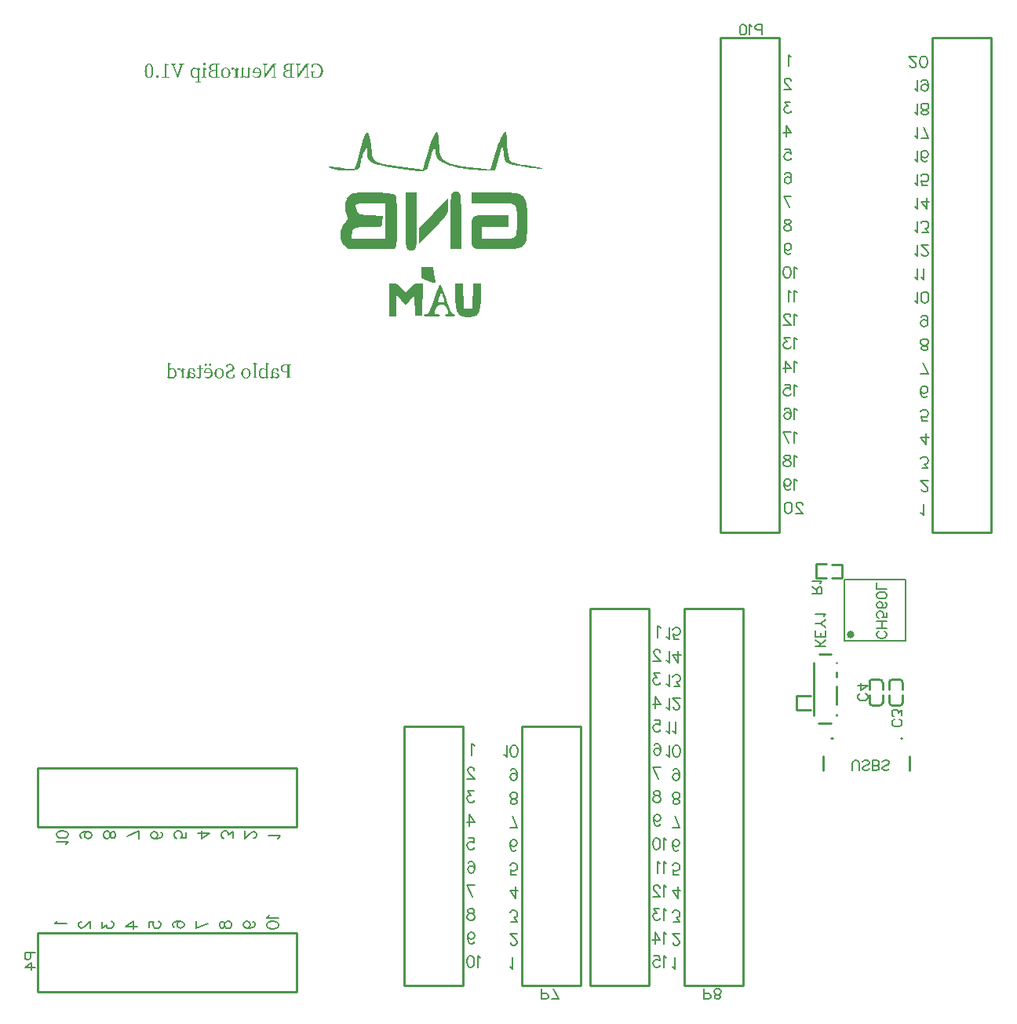
<source format=gbo>
G04 Layer: BottomSilkscreenLayer*
G04 EasyEDA v6.5.1, 2022-03-29 23:29:47*
G04 6fa140fc38934b6497cce4c8c0035c65,6efad7caf7c64316809b4ed48508c700,10*
G04 Gerber Generator version 0.2*
G04 Scale: 100 percent, Rotated: No, Reflected: No *
G04 Dimensions in millimeters *
G04 leading zeros omitted , absolute positions ,4 integer and 5 decimal *
%FSLAX45Y45*%
%MOMM*%

%ADD10C,0.2540*%
%ADD56C,0.2032*%
%ADD59C,0.2000*%
%ADD62C,0.4000*%
%ADD63C,0.1524*%

%LPD*%
G36*
X4928870Y-897686D02*
G01*
X4926076Y-898347D01*
X4923028Y-900023D01*
X4919726Y-902614D01*
X4916220Y-906221D01*
X4912461Y-910691D01*
X4908550Y-916127D01*
X4904435Y-922426D01*
X4900117Y-929589D01*
X4891074Y-946403D01*
X4886350Y-956005D01*
X4876546Y-977544D01*
X4866436Y-1001928D01*
X4856022Y-1029004D01*
X4845507Y-1058672D01*
X4834940Y-1090625D01*
X4829708Y-1107389D01*
X4769510Y-1307236D01*
X4690262Y-1299616D01*
X4644898Y-1295044D01*
X4602429Y-1290472D01*
X4562856Y-1285951D01*
X4526076Y-1281328D01*
X4491888Y-1276604D01*
X4460290Y-1271676D01*
X4431131Y-1266545D01*
X4404360Y-1261160D01*
X4379823Y-1255471D01*
X4357471Y-1249375D01*
X4347057Y-1246174D01*
X4337202Y-1242872D01*
X4327804Y-1239418D01*
X4318863Y-1235862D01*
X4310430Y-1232154D01*
X4302404Y-1228344D01*
X4294835Y-1224330D01*
X4287723Y-1220216D01*
X4281017Y-1215948D01*
X4274718Y-1211478D01*
X4268825Y-1206855D01*
X4263288Y-1202080D01*
X4258106Y-1197102D01*
X4253331Y-1191920D01*
X4248861Y-1186535D01*
X4244746Y-1180947D01*
X4240936Y-1175156D01*
X4237482Y-1169162D01*
X4234281Y-1162964D01*
X4231335Y-1156512D01*
X4227474Y-1146352D01*
X4223207Y-1132027D01*
X4221429Y-1124458D01*
X4218482Y-1108506D01*
X4216298Y-1091438D01*
X4214774Y-1073251D01*
X4213860Y-1053846D01*
X4212844Y-1009446D01*
X4211929Y-988110D01*
X4210608Y-969213D01*
X4208881Y-952703D01*
X4206748Y-938631D01*
X4204208Y-926947D01*
X4202785Y-921969D01*
X4201261Y-917651D01*
X4199636Y-913942D01*
X4197908Y-910793D01*
X4196080Y-908253D01*
X4194149Y-906322D01*
X4192117Y-905002D01*
X4189984Y-904290D01*
X4187748Y-904138D01*
X4185412Y-904646D01*
X4182973Y-905713D01*
X4180433Y-907389D01*
X4177792Y-909675D01*
X4175048Y-912571D01*
X4169308Y-920191D01*
X4166260Y-924864D01*
X4159859Y-936091D01*
X4154779Y-946048D01*
X4147667Y-961491D01*
X4140149Y-979322D01*
X4132224Y-999540D01*
X4123893Y-1022197D01*
X4115155Y-1047242D01*
X4106011Y-1074724D01*
X4096461Y-1104595D01*
X4086504Y-1136904D01*
X4065320Y-1208735D01*
X4036974Y-1309268D01*
X3786936Y-1276502D01*
X3715765Y-1266393D01*
X3685032Y-1261567D01*
X3657295Y-1256792D01*
X3632352Y-1251966D01*
X3610101Y-1247038D01*
X3590340Y-1241907D01*
X3581349Y-1239266D01*
X3572916Y-1236522D01*
X3565042Y-1233678D01*
X3557676Y-1230731D01*
X3550869Y-1227683D01*
X3544468Y-1224534D01*
X3538575Y-1221232D01*
X3533140Y-1217777D01*
X3528060Y-1214221D01*
X3523437Y-1210462D01*
X3519170Y-1206550D01*
X3515258Y-1202436D01*
X3511702Y-1198118D01*
X3508501Y-1193647D01*
X3505555Y-1188923D01*
X3502914Y-1183995D01*
X3500475Y-1178864D01*
X3496360Y-1167790D01*
X3493058Y-1155649D01*
X3491636Y-1149197D01*
X3489756Y-1138936D01*
X3487623Y-1124153D01*
X3479037Y-1042619D01*
X3476853Y-1024991D01*
X3474516Y-1008583D01*
X3472078Y-993394D01*
X3469487Y-979525D01*
X3466795Y-966876D01*
X3463950Y-955446D01*
X3461054Y-945337D01*
X3458006Y-936498D01*
X3454857Y-928928D01*
X3451656Y-922629D01*
X3448304Y-917600D01*
X3446627Y-915568D01*
X3443173Y-912469D01*
X3439668Y-910691D01*
X3437890Y-910285D01*
X3434232Y-910437D01*
X3430574Y-911910D01*
X3426815Y-914704D01*
X3423005Y-918819D01*
X3419144Y-924255D01*
X3415233Y-930960D01*
X3411321Y-939037D01*
X3407359Y-948436D01*
X3403346Y-959205D01*
X3399332Y-971296D01*
X3335020Y-1194866D01*
X3316376Y-1258925D01*
X3305200Y-1295806D01*
X3304438Y-1297228D01*
X3303168Y-1298498D01*
X3301441Y-1299616D01*
X3299206Y-1300581D01*
X3293211Y-1302004D01*
X3289401Y-1302461D01*
X3280054Y-1302867D01*
X3268319Y-1302562D01*
X3254146Y-1301648D01*
X3237331Y-1300022D01*
X3217824Y-1297736D01*
X3124555Y-1284935D01*
X3088335Y-1280363D01*
X3060903Y-1277569D01*
X3050336Y-1276756D01*
X3041802Y-1276451D01*
X3035198Y-1276502D01*
X3030474Y-1277010D01*
X3027527Y-1277924D01*
X3026714Y-1278534D01*
X3026359Y-1279245D01*
X3026359Y-1280058D01*
X3027629Y-1281988D01*
X3030474Y-1284325D01*
X3034792Y-1287068D01*
X3043834Y-1291844D01*
X3053740Y-1296212D01*
X3064560Y-1300226D01*
X3076143Y-1303883D01*
X3088386Y-1307185D01*
X3101238Y-1310081D01*
X3114598Y-1312621D01*
X3128416Y-1314805D01*
X3142538Y-1316634D01*
X3156864Y-1318107D01*
X3171393Y-1319225D01*
X3185972Y-1319987D01*
X3200552Y-1320393D01*
X3215030Y-1320495D01*
X3229305Y-1320190D01*
X3243326Y-1319580D01*
X3256940Y-1318666D01*
X3270148Y-1317396D01*
X3282797Y-1315770D01*
X3294837Y-1313840D01*
X3306114Y-1311554D01*
X3316630Y-1308963D01*
X3326282Y-1306068D01*
X3334918Y-1302867D01*
X3342487Y-1299311D01*
X3348939Y-1295450D01*
X3351682Y-1293418D01*
X3356254Y-1289100D01*
X3357981Y-1286814D01*
X3359404Y-1284478D01*
X3360470Y-1282039D01*
X3361131Y-1279550D01*
X3362502Y-1264056D01*
X3363925Y-1254404D01*
X3365804Y-1244041D01*
X3368090Y-1233068D01*
X3373882Y-1210005D01*
X3380841Y-1186027D01*
X3384651Y-1174038D01*
X3390646Y-1156360D01*
X3398926Y-1134008D01*
X3407156Y-1113942D01*
X3411169Y-1105052D01*
X3415029Y-1097127D01*
X3418687Y-1090269D01*
X3422091Y-1084580D01*
X3425190Y-1080160D01*
X3427984Y-1077163D01*
X3429203Y-1076248D01*
X3430371Y-1075740D01*
X3431387Y-1075639D01*
X3432301Y-1075944D01*
X3433114Y-1076706D01*
X3433775Y-1077925D01*
X3434334Y-1079652D01*
X3435045Y-1084529D01*
X3435400Y-1104087D01*
X3436061Y-1124102D01*
X3437331Y-1142238D01*
X3438245Y-1150620D01*
X3439363Y-1158544D01*
X3440734Y-1166114D01*
X3442411Y-1173276D01*
X3444443Y-1180084D01*
X3446779Y-1186484D01*
X3449523Y-1192580D01*
X3452622Y-1198372D01*
X3456178Y-1203858D01*
X3460242Y-1209040D01*
X3464763Y-1213967D01*
X3469792Y-1218641D01*
X3475380Y-1223060D01*
X3481578Y-1227277D01*
X3488385Y-1231290D01*
X3495801Y-1235151D01*
X3503879Y-1238808D01*
X3512667Y-1242314D01*
X3522218Y-1245717D01*
X3532479Y-1249019D01*
X3555441Y-1255318D01*
X3581755Y-1261364D01*
X3611727Y-1267307D01*
X3645509Y-1273251D01*
X3683406Y-1279448D01*
X3921353Y-1315008D01*
X3948937Y-1318818D01*
X3973220Y-1321714D01*
X3994505Y-1323695D01*
X4013047Y-1324559D01*
X4021378Y-1324559D01*
X4029100Y-1324305D01*
X4036263Y-1323695D01*
X4042918Y-1322730D01*
X4049014Y-1321460D01*
X4054703Y-1319834D01*
X4059936Y-1317853D01*
X4064762Y-1315516D01*
X4069232Y-1312773D01*
X4073347Y-1309624D01*
X4077157Y-1306068D01*
X4080713Y-1302105D01*
X4083964Y-1297686D01*
X4087063Y-1292860D01*
X4089958Y-1287526D01*
X4092701Y-1281734D01*
X4097832Y-1268730D01*
X4102811Y-1253693D01*
X4107738Y-1236522D01*
X4125315Y-1171397D01*
X4134916Y-1137970D01*
X4143857Y-1109167D01*
X4147820Y-1097838D01*
X4151426Y-1088491D01*
X4154728Y-1081125D01*
X4157726Y-1075740D01*
X4160469Y-1072388D01*
X4161790Y-1071422D01*
X4163009Y-1070965D01*
X4164177Y-1070965D01*
X4165346Y-1071473D01*
X4166412Y-1072438D01*
X4168444Y-1075842D01*
X4170324Y-1081176D01*
X4172102Y-1088390D01*
X4173728Y-1097483D01*
X4175302Y-1108456D01*
X4176826Y-1121257D01*
X4178300Y-1135938D01*
X4179112Y-1142034D01*
X4180281Y-1148080D01*
X4181906Y-1154023D01*
X4183938Y-1159865D01*
X4186377Y-1165606D01*
X4189272Y-1171244D01*
X4192524Y-1176832D01*
X4196181Y-1182268D01*
X4200245Y-1187653D01*
X4204716Y-1192885D01*
X4209542Y-1198067D01*
X4214825Y-1203147D01*
X4220464Y-1208074D01*
X4226509Y-1212951D01*
X4232960Y-1217726D01*
X4247032Y-1226921D01*
X4254652Y-1231392D01*
X4262628Y-1235710D01*
X4279798Y-1244142D01*
X4298492Y-1252067D01*
X4308348Y-1255928D01*
X4329277Y-1263243D01*
X4351731Y-1270152D01*
X4375607Y-1276604D01*
X4400956Y-1282598D01*
X4427728Y-1288186D01*
X4455972Y-1293317D01*
X4485589Y-1297990D01*
X4516628Y-1302207D01*
X4549089Y-1305915D01*
X4582922Y-1309217D01*
X4618075Y-1312011D01*
X4654600Y-1314348D01*
X4692446Y-1316177D01*
X4731613Y-1317548D01*
X4817821Y-1319936D01*
X4869434Y-1136650D01*
X4878324Y-1105916D01*
X4885283Y-1083310D01*
X4888128Y-1074877D01*
X4890668Y-1068324D01*
X4892852Y-1063548D01*
X4894732Y-1060500D01*
X4895596Y-1059586D01*
X4896408Y-1059078D01*
X4897170Y-1058976D01*
X4897882Y-1059281D01*
X4899202Y-1060958D01*
X4900371Y-1064158D01*
X4901488Y-1068730D01*
X4903571Y-1081786D01*
X4909159Y-1126134D01*
X4911750Y-1144625D01*
X4914442Y-1160983D01*
X4917287Y-1175410D01*
X4920437Y-1187958D01*
X4923891Y-1198880D01*
X4925771Y-1203756D01*
X4929936Y-1212494D01*
X4934712Y-1220012D01*
X4937353Y-1223365D01*
X4940147Y-1226464D01*
X4946345Y-1232001D01*
X4953406Y-1236776D01*
X4961382Y-1240993D01*
X4970424Y-1244803D01*
X4980635Y-1248410D01*
X4986680Y-1250238D01*
X5003546Y-1254353D01*
X5025745Y-1259078D01*
X5052212Y-1264208D01*
X5081879Y-1269542D01*
X5113629Y-1274978D01*
X5162804Y-1282801D01*
X5202885Y-1288694D01*
X5232806Y-1292809D01*
X5259679Y-1296162D01*
X5282336Y-1298549D01*
X5299811Y-1299870D01*
X5306212Y-1300073D01*
X5312511Y-1299870D01*
X5318607Y-1299362D01*
X5322874Y-1298651D01*
X5325414Y-1297686D01*
X5326075Y-1297127D01*
X5326278Y-1296466D01*
X5326126Y-1295806D01*
X5324602Y-1294384D01*
X5321604Y-1292758D01*
X5317083Y-1290980D01*
X5311241Y-1289050D01*
X5295544Y-1284884D01*
X5274970Y-1280363D01*
X5250027Y-1275638D01*
X5221274Y-1270812D01*
X5189067Y-1266037D01*
X5149646Y-1260703D01*
X5109870Y-1254760D01*
X5075936Y-1248816D01*
X5061051Y-1245768D01*
X5047437Y-1242720D01*
X5035143Y-1239621D01*
X5024069Y-1236421D01*
X5014163Y-1233119D01*
X5005374Y-1229766D01*
X4997704Y-1226261D01*
X4991049Y-1222654D01*
X4985410Y-1218895D01*
X4980686Y-1214983D01*
X4976926Y-1210868D01*
X4973980Y-1206601D01*
X4971846Y-1202080D01*
X4970932Y-1198727D01*
X4968443Y-1185621D01*
X4965395Y-1165402D01*
X4961890Y-1139647D01*
X4958130Y-1109929D01*
X4949799Y-1036472D01*
X4943703Y-975258D01*
X4941620Y-950163D01*
X4940147Y-923137D01*
X4939487Y-916127D01*
X4938522Y-910285D01*
X4937201Y-905611D01*
X4935575Y-902004D01*
X4933645Y-899515D01*
X4932578Y-898652D01*
X4931410Y-898093D01*
G37*
G36*
X4396486Y-1544218D02*
G01*
X4391710Y-1544523D01*
X4386783Y-1545539D01*
X4381550Y-1547164D01*
X4375861Y-1549501D01*
X4362602Y-1556207D01*
X4357674Y-1559306D01*
X4355490Y-1561134D01*
X4353458Y-1563268D01*
X4351629Y-1565808D01*
X4349902Y-1568805D01*
X4348378Y-1572412D01*
X4346956Y-1576679D01*
X4345686Y-1581708D01*
X4343552Y-1594307D01*
X4342638Y-1602130D01*
X4341164Y-1621180D01*
X4340098Y-1645361D01*
X4339336Y-1675434D01*
X4338828Y-1712061D01*
X4338370Y-1807921D01*
X4338320Y-2167636D01*
X4451146Y-2167636D01*
X4451045Y-1784146D01*
X4450384Y-1697939D01*
X4449775Y-1664817D01*
X4448860Y-1637538D01*
X4447641Y-1615490D01*
X4446066Y-1598015D01*
X4444136Y-1584553D01*
X4442968Y-1579118D01*
X4441698Y-1574444D01*
X4440326Y-1570482D01*
X4438802Y-1567129D01*
X4437176Y-1564284D01*
X4435398Y-1561896D01*
X4433519Y-1559915D01*
X4431436Y-1558239D01*
X4422597Y-1553006D01*
X4416602Y-1549857D01*
X4411116Y-1547418D01*
X4406036Y-1545691D01*
X4401210Y-1544624D01*
G37*
G36*
X3453790Y-1552092D02*
G01*
X3422040Y-1552397D01*
X3391662Y-1553260D01*
X3363163Y-1554632D01*
X3337001Y-1556664D01*
X3313785Y-1559255D01*
X3303473Y-1560779D01*
X3294024Y-1562455D01*
X3285591Y-1564284D01*
X3278225Y-1566316D01*
X3272028Y-1568450D01*
X3264915Y-1571802D01*
X3260648Y-1574190D01*
X3252470Y-1579626D01*
X3244799Y-1585874D01*
X3237687Y-1592834D01*
X3231184Y-1600504D01*
X3225190Y-1608836D01*
X3219754Y-1617776D01*
X3214979Y-1627276D01*
X3210763Y-1637283D01*
X3207156Y-1647748D01*
X3204159Y-1658620D01*
X3201822Y-1669846D01*
X3200146Y-1681429D01*
X3199130Y-1693265D01*
X3198723Y-1705305D01*
X3199079Y-1717548D01*
X3200095Y-1729943D01*
X3201771Y-1742389D01*
X3204210Y-1754886D01*
X3207359Y-1767332D01*
X3211271Y-1779727D01*
X3215894Y-1792020D01*
X3221532Y-1806092D01*
X3225342Y-1817370D01*
X3226511Y-1822246D01*
X3227222Y-1826666D01*
X3227425Y-1830781D01*
X3227070Y-1834642D01*
X3226206Y-1838452D01*
X3224834Y-1842160D01*
X3222853Y-1845970D01*
X3220262Y-1849932D01*
X3217113Y-1854200D01*
X3208985Y-1863801D01*
X3199993Y-1873859D01*
X3192475Y-1883105D01*
X3185617Y-1892807D01*
X3179318Y-1902815D01*
X3173577Y-1913077D01*
X3168497Y-1923643D01*
X3163976Y-1934413D01*
X3160064Y-1945386D01*
X3156762Y-1956460D01*
X3154070Y-1967687D01*
X3151936Y-1978964D01*
X3150463Y-1990242D01*
X3149549Y-2001520D01*
X3149244Y-2012746D01*
X3149600Y-2023872D01*
X3150514Y-2034844D01*
X3152038Y-2045716D01*
X3153452Y-2052929D01*
X3272942Y-2052929D01*
X3272993Y-2004923D01*
X3273450Y-1994865D01*
X3274364Y-1985721D01*
X3275939Y-1977339D01*
X3278124Y-1969770D01*
X3281121Y-1962962D01*
X3282899Y-1959813D01*
X3284931Y-1956816D01*
X3289604Y-1951380D01*
X3292348Y-1948891D01*
X3298596Y-1944420D01*
X3305962Y-1940509D01*
X3314547Y-1937156D01*
X3324351Y-1934311D01*
X3335578Y-1931924D01*
X3348228Y-1929993D01*
X3362350Y-1928469D01*
X3378149Y-1927250D01*
X3395573Y-1926437D01*
X3414776Y-1925828D01*
X3458819Y-1925421D01*
X3539591Y-1925472D01*
X3551885Y-1925066D01*
X3562400Y-1924304D01*
X3571290Y-1923135D01*
X3578707Y-1921459D01*
X3581908Y-1920443D01*
X3587343Y-1917852D01*
X3589629Y-1916328D01*
X3591661Y-1914601D01*
X3593439Y-1912670D01*
X3595014Y-1910486D01*
X3596335Y-1908149D01*
X3598418Y-1902714D01*
X3599891Y-1896313D01*
X3600856Y-1888794D01*
X3601415Y-1880158D01*
X3603904Y-1804365D01*
X3460242Y-1799894D01*
X3438651Y-1798929D01*
X3419754Y-1797812D01*
X3403295Y-1796440D01*
X3389071Y-1794814D01*
X3376879Y-1792732D01*
X3366515Y-1790242D01*
X3361944Y-1788820D01*
X3357778Y-1787245D01*
X3353968Y-1785518D01*
X3350463Y-1783638D01*
X3347262Y-1781606D01*
X3344367Y-1779371D01*
X3341674Y-1776933D01*
X3339236Y-1774342D01*
X3334918Y-1768551D01*
X3331210Y-1761845D01*
X3327857Y-1754225D01*
X3324758Y-1745589D01*
X3320440Y-1731670D01*
X3318205Y-1722628D01*
X3316478Y-1713890D01*
X3315309Y-1705711D01*
X3314750Y-1698345D01*
X3314750Y-1692046D01*
X3315360Y-1687017D01*
X3316681Y-1683512D01*
X3317392Y-1682699D01*
X3318611Y-1681886D01*
X3322370Y-1680362D01*
X3327857Y-1678889D01*
X3335020Y-1677568D01*
X3343757Y-1676298D01*
X3354019Y-1675130D01*
X3378708Y-1673199D01*
X3408426Y-1671726D01*
X3442563Y-1670812D01*
X3461105Y-1670608D01*
X3636416Y-1670507D01*
X3636416Y-2052929D01*
X3153452Y-2052929D01*
X3155492Y-2061514D01*
X3158540Y-2071776D01*
X3162198Y-2081682D01*
X3166516Y-2091283D01*
X3171393Y-2100478D01*
X3176930Y-2109216D01*
X3183026Y-2117547D01*
X3189782Y-2125319D01*
X3197148Y-2132584D01*
X3235756Y-2167636D01*
X3737356Y-2167636D01*
X3750614Y-2131974D01*
X3751681Y-2127605D01*
X3753713Y-2115362D01*
X3755440Y-2098700D01*
X3756964Y-2078228D01*
X3758234Y-2054301D01*
X3759301Y-2027478D01*
X3760724Y-1966975D01*
X3761232Y-1900428D01*
X3761130Y-1866087D01*
X3760622Y-1814626D01*
X3759809Y-1772716D01*
X3758946Y-1740509D01*
X3757879Y-1710029D01*
X3756609Y-1681683D01*
X3755136Y-1656029D01*
X3753459Y-1633474D01*
X3751630Y-1614525D01*
X3749598Y-1599641D01*
X3748532Y-1593850D01*
X3747363Y-1589278D01*
X3746195Y-1585925D01*
X3744366Y-1583436D01*
X3741165Y-1580997D01*
X3736695Y-1578660D01*
X3730955Y-1576374D01*
X3724097Y-1574190D01*
X3716121Y-1572107D01*
X3707180Y-1570126D01*
X3697224Y-1568196D01*
X3674719Y-1564690D01*
X3649167Y-1561541D01*
X3621176Y-1558848D01*
X3591153Y-1556562D01*
X3559657Y-1554734D01*
X3519119Y-1553108D01*
X3486302Y-1552346D01*
G37*
G36*
X4563973Y-1555800D02*
G01*
X4563973Y-1670507D01*
X4885639Y-1670304D01*
X4914849Y-1670507D01*
X4940452Y-1671066D01*
X4962702Y-1672234D01*
X4981803Y-1674114D01*
X4990287Y-1675434D01*
X4998059Y-1676958D01*
X5005171Y-1678787D01*
X5011623Y-1680921D01*
X5017516Y-1683359D01*
X5022799Y-1686102D01*
X5027523Y-1689252D01*
X5031740Y-1692808D01*
X5035499Y-1696720D01*
X5038750Y-1701088D01*
X5041646Y-1705864D01*
X5044084Y-1711147D01*
X5046167Y-1716938D01*
X5047894Y-1723237D01*
X5049316Y-1730044D01*
X5050485Y-1737410D01*
X5051348Y-1745386D01*
X5052517Y-1763115D01*
X5052974Y-1783486D01*
X5052822Y-1924151D01*
X5052415Y-1949500D01*
X5051399Y-1971293D01*
X5050586Y-1980946D01*
X5049469Y-1989836D01*
X5048097Y-1997913D01*
X5046319Y-2005279D01*
X5044236Y-2011984D01*
X5041696Y-2018030D01*
X5038750Y-2023465D01*
X5035346Y-2028291D01*
X5031384Y-2032558D01*
X5026863Y-2036318D01*
X5021834Y-2039569D01*
X5016093Y-2042414D01*
X5009743Y-2044801D01*
X5002733Y-2046782D01*
X4994960Y-2048459D01*
X4986477Y-2049780D01*
X4977130Y-2050846D01*
X4955997Y-2052218D01*
X4931257Y-2052828D01*
X4878425Y-2052980D01*
X4676749Y-2052929D01*
X4676749Y-1925421D01*
X4965039Y-1925421D01*
X4965039Y-1797964D01*
X4707331Y-1797964D01*
X4678578Y-1798421D01*
X4653940Y-1799539D01*
X4643069Y-1800402D01*
X4633112Y-1801520D01*
X4623968Y-1802942D01*
X4615738Y-1804670D01*
X4608271Y-1806752D01*
X4601514Y-1809242D01*
X4595520Y-1812137D01*
X4590186Y-1815439D01*
X4585462Y-1819300D01*
X4581347Y-1823618D01*
X4577791Y-1828495D01*
X4574743Y-1833981D01*
X4572203Y-1840077D01*
X4570018Y-1846783D01*
X4568291Y-1854200D01*
X4566920Y-1862277D01*
X4565853Y-1871116D01*
X4565040Y-1880717D01*
X4564126Y-1902409D01*
X4563872Y-1927555D01*
X4563770Y-2062581D01*
X4564380Y-2081885D01*
X4565700Y-2098649D01*
X4566716Y-2106117D01*
X4567986Y-2113076D01*
X4569561Y-2119477D01*
X4571441Y-2125370D01*
X4573727Y-2130755D01*
X4576368Y-2135682D01*
X4579467Y-2140153D01*
X4582972Y-2144217D01*
X4586986Y-2147824D01*
X4591507Y-2151075D01*
X4596536Y-2153970D01*
X4602175Y-2156510D01*
X4608423Y-2158695D01*
X4615230Y-2160625D01*
X4622749Y-2162251D01*
X4630928Y-2163622D01*
X4639868Y-2164740D01*
X4649520Y-2165654D01*
X4671212Y-2166924D01*
X4696256Y-2167585D01*
X4724857Y-2167839D01*
X4880864Y-2167534D01*
X4915052Y-2167178D01*
X4946345Y-2166518D01*
X4974945Y-2165400D01*
X5000955Y-2163775D01*
X5012994Y-2162708D01*
X5035346Y-2160016D01*
X5045608Y-2158390D01*
X5055362Y-2156510D01*
X5064556Y-2154428D01*
X5073243Y-2152091D01*
X5081371Y-2149449D01*
X5089042Y-2146554D01*
X5096256Y-2143404D01*
X5102961Y-2139950D01*
X5109260Y-2136140D01*
X5115102Y-2132025D01*
X5120487Y-2127554D01*
X5125516Y-2122728D01*
X5130139Y-2117547D01*
X5134406Y-2111959D01*
X5138318Y-2106015D01*
X5141874Y-2099614D01*
X5145125Y-2092807D01*
X5148072Y-2085543D01*
X5150713Y-2077821D01*
X5153050Y-2069642D01*
X5155184Y-2061006D01*
X5157012Y-2051862D01*
X5158638Y-2042210D01*
X5161229Y-2021281D01*
X5163108Y-1998167D01*
X5164328Y-1972767D01*
X5165090Y-1944928D01*
X5165598Y-1881530D01*
X5165445Y-1828139D01*
X5164734Y-1785518D01*
X5164175Y-1766316D01*
X5162397Y-1731772D01*
X5161178Y-1716278D01*
X5159756Y-1701952D01*
X5158130Y-1688693D01*
X5156200Y-1676450D01*
X5154015Y-1665173D01*
X5151526Y-1654759D01*
X5148783Y-1645208D01*
X5145684Y-1636420D01*
X5142280Y-1628343D01*
X5138572Y-1620926D01*
X5134457Y-1614119D01*
X5129987Y-1607820D01*
X5125110Y-1602028D01*
X5119878Y-1596593D01*
X5114188Y-1591564D01*
X5108092Y-1586839D01*
X5101590Y-1582318D01*
X5093766Y-1577492D01*
X5084876Y-1572869D01*
X5080152Y-1570786D01*
X5075123Y-1568907D01*
X5069738Y-1567180D01*
X5063845Y-1565605D01*
X5057444Y-1564182D01*
X5050434Y-1562912D01*
X5034127Y-1560779D01*
X5014264Y-1559102D01*
X4990185Y-1557832D01*
X4961229Y-1556918D01*
X4926685Y-1556359D01*
X4885893Y-1556004D01*
G37*
G36*
X3849522Y-1555800D02*
G01*
X3849674Y-1915261D01*
X3850030Y-1964029D01*
X3850741Y-2006498D01*
X3851859Y-2043074D01*
X3853484Y-2074214D01*
X3854450Y-2087880D01*
X3855618Y-2100376D01*
X3856939Y-2111654D01*
X3858412Y-2121916D01*
X3860037Y-2131060D01*
X3861917Y-2139289D01*
X3863949Y-2146554D01*
X3866184Y-2152904D01*
X3868623Y-2158492D01*
X3871315Y-2163267D01*
X3874262Y-2167331D01*
X3877411Y-2170734D01*
X3880865Y-2173478D01*
X3884523Y-2175713D01*
X3888536Y-2177440D01*
X3892753Y-2178710D01*
X3897325Y-2179574D01*
X3902151Y-2180132D01*
X3907332Y-2180386D01*
X3920642Y-2180031D01*
X3925519Y-2179523D01*
X3930040Y-2178761D01*
X3934358Y-2177643D01*
X3938320Y-2176119D01*
X3942029Y-2174189D01*
X3945534Y-2171801D01*
X3948734Y-2168855D01*
X3951681Y-2165350D01*
X3954424Y-2161235D01*
X3956964Y-2156409D01*
X3959250Y-2150922D01*
X3961384Y-2144674D01*
X3963263Y-2137562D01*
X3964990Y-2129637D01*
X3966514Y-2120798D01*
X3967886Y-2110994D01*
X3969105Y-2100224D01*
X3971137Y-2075434D01*
X3972610Y-2046071D01*
X3973626Y-2011730D01*
X3974337Y-1972056D01*
X3974846Y-1875129D01*
X3974846Y-1555800D01*
G37*
G36*
X4312208Y-1613154D02*
G01*
X3999941Y-1940255D01*
X4000652Y-2110282D01*
X4214977Y-1882190D01*
X4238396Y-1856638D01*
X4257802Y-1834896D01*
X4273550Y-1816354D01*
X4280154Y-1808073D01*
X4285996Y-1800352D01*
X4291076Y-1793189D01*
X4295495Y-1786432D01*
X4299305Y-1779981D01*
X4302506Y-1773885D01*
X4305198Y-1767992D01*
X4307382Y-1762201D01*
X4309110Y-1756511D01*
X4310481Y-1750822D01*
X4311853Y-1742084D01*
X4312767Y-1729739D01*
X4312970Y-1716074D01*
G37*
G36*
X4024985Y-2358847D02*
G01*
X4025036Y-2479954D01*
X4118508Y-2517241D01*
X4130903Y-2521966D01*
X4141470Y-2525674D01*
X4150360Y-2528265D01*
X4157624Y-2529586D01*
X4160672Y-2529738D01*
X4163364Y-2529535D01*
X4165701Y-2528976D01*
X4167733Y-2528062D01*
X4169410Y-2526741D01*
X4170781Y-2525014D01*
X4171899Y-2522880D01*
X4172661Y-2520340D01*
X4173169Y-2517343D01*
X4173474Y-2513888D01*
X4173270Y-2505557D01*
X4172153Y-2495296D01*
X4170324Y-2482900D01*
X4147515Y-2358847D01*
G37*
G36*
X4388459Y-2537307D02*
G01*
X4388510Y-2673705D01*
X4389221Y-2710129D01*
X4389983Y-2726842D01*
X4390999Y-2742641D01*
X4392269Y-2757525D01*
X4393895Y-2771495D01*
X4395825Y-2784551D01*
X4398060Y-2796794D01*
X4400651Y-2808224D01*
X4403598Y-2818790D01*
X4406900Y-2828645D01*
X4410608Y-2837688D01*
X4414723Y-2845968D01*
X4419244Y-2853588D01*
X4424172Y-2860446D01*
X4429556Y-2866694D01*
X4435398Y-2872282D01*
X4441698Y-2877261D01*
X4448505Y-2881579D01*
X4455769Y-2885389D01*
X4463542Y-2888589D01*
X4471873Y-2891332D01*
X4480712Y-2893517D01*
X4490110Y-2895193D01*
X4500067Y-2896463D01*
X4510582Y-2897276D01*
X4521758Y-2897632D01*
X4533442Y-2897682D01*
X4544771Y-2897327D01*
X4555439Y-2896666D01*
X4565548Y-2895549D01*
X4574997Y-2894076D01*
X4583836Y-2892145D01*
X4592167Y-2889758D01*
X4599889Y-2886862D01*
X4607102Y-2883408D01*
X4613757Y-2879445D01*
X4619955Y-2874873D01*
X4625644Y-2869692D01*
X4630877Y-2863850D01*
X4635601Y-2857347D01*
X4639970Y-2850184D01*
X4643831Y-2842260D01*
X4647336Y-2833573D01*
X4650486Y-2824124D01*
X4653229Y-2813862D01*
X4655616Y-2802788D01*
X4657699Y-2790799D01*
X4659426Y-2777947D01*
X4660900Y-2764129D01*
X4662068Y-2749397D01*
X4663592Y-2716987D01*
X4664202Y-2680360D01*
X4664252Y-2537307D01*
X4577334Y-2537307D01*
X4570222Y-2811373D01*
X4482490Y-2811373D01*
X4475378Y-2537307D01*
G37*
G36*
X3674059Y-2537307D02*
G01*
X3674059Y-2894228D01*
X3749243Y-2894228D01*
X3749852Y-2658414D01*
X3854297Y-2770987D01*
X3948734Y-2659430D01*
X3956050Y-2887878D01*
X4031284Y-2887878D01*
X4038244Y-2537307D01*
X3982059Y-2537358D01*
X3970782Y-2537866D01*
X3960825Y-2539085D01*
X3956304Y-2540000D01*
X3951986Y-2541168D01*
X3947820Y-2542641D01*
X3943858Y-2544368D01*
X3939946Y-2546400D01*
X3936085Y-2548788D01*
X3928414Y-2554681D01*
X3924452Y-2558237D01*
X3916222Y-2566720D01*
X3907231Y-2577084D01*
X3897122Y-2589580D01*
X3855821Y-2641854D01*
X3803446Y-2581910D01*
X3791102Y-2568803D01*
X3785463Y-2563266D01*
X3780028Y-2558389D01*
X3774795Y-2554122D01*
X3769715Y-2550464D01*
X3764686Y-2547315D01*
X3759657Y-2544673D01*
X3754577Y-2542489D01*
X3749395Y-2540762D01*
X3744010Y-2539441D01*
X3738372Y-2538425D01*
X3732428Y-2537764D01*
X3726078Y-2537409D01*
G37*
G36*
X4224680Y-2551379D02*
G01*
X4222038Y-2551938D01*
X4219346Y-2553462D01*
X4216603Y-2556052D01*
X4213860Y-2559659D01*
X4210964Y-2564333D01*
X4207967Y-2569972D01*
X4204817Y-2576626D01*
X4198010Y-2593086D01*
X4190390Y-2613609D01*
X4149867Y-2730855D01*
X4203547Y-2730855D01*
X4203801Y-2726436D01*
X4205427Y-2720949D01*
X4209034Y-2710637D01*
X4213098Y-2697581D01*
X4217162Y-2683510D01*
X4222394Y-2663799D01*
X4224375Y-2658059D01*
X4226610Y-2652826D01*
X4228896Y-2648305D01*
X4231284Y-2644546D01*
X4233672Y-2641701D01*
X4235958Y-2639923D01*
X4238091Y-2639263D01*
X4240174Y-2639923D01*
X4242460Y-2641701D01*
X4244848Y-2644546D01*
X4247235Y-2648305D01*
X4249572Y-2652826D01*
X4251756Y-2658059D01*
X4253738Y-2663799D01*
X4261002Y-2690571D01*
X4265117Y-2704388D01*
X4268978Y-2716276D01*
X4270705Y-2720949D01*
X4272330Y-2726436D01*
X4272584Y-2730855D01*
X4271365Y-2734411D01*
X4268520Y-2737104D01*
X4263898Y-2739034D01*
X4257395Y-2740355D01*
X4248810Y-2741066D01*
X4238091Y-2741269D01*
X4227322Y-2741066D01*
X4218736Y-2740355D01*
X4212234Y-2739034D01*
X4207611Y-2737104D01*
X4204766Y-2734411D01*
X4203547Y-2730855D01*
X4149867Y-2730855D01*
X4137609Y-2765399D01*
X4125264Y-2798013D01*
X4119829Y-2811373D01*
X4114800Y-2822956D01*
X4110126Y-2832811D01*
X4105706Y-2841142D01*
X4101541Y-2848051D01*
X4097477Y-2853639D01*
X4093565Y-2858058D01*
X4089654Y-2861462D01*
X4085691Y-2863850D01*
X4081627Y-2865475D01*
X4077462Y-2866440D01*
X4065778Y-2868523D01*
X4057040Y-2870860D01*
X4053789Y-2872079D01*
X4051198Y-2873349D01*
X4049318Y-2874670D01*
X4048099Y-2875940D01*
X4047540Y-2877261D01*
X4047591Y-2878582D01*
X4048251Y-2879902D01*
X4049522Y-2881223D01*
X4051401Y-2882493D01*
X4053840Y-2883763D01*
X4060291Y-2886202D01*
X4068826Y-2888386D01*
X4079290Y-2890316D01*
X4091533Y-2891942D01*
X4105503Y-2893161D01*
X4120946Y-2893974D01*
X4137812Y-2894228D01*
X4155948Y-2893974D01*
X4172661Y-2893263D01*
X4187596Y-2892094D01*
X4200448Y-2890570D01*
X4206036Y-2889707D01*
X4215282Y-2887675D01*
X4218889Y-2886557D01*
X4221734Y-2885338D01*
X4223816Y-2884119D01*
X4225086Y-2882798D01*
X4225544Y-2881477D01*
X4224883Y-2878937D01*
X4223054Y-2876550D01*
X4220159Y-2874365D01*
X4216349Y-2872486D01*
X4211675Y-2870911D01*
X4206392Y-2869742D01*
X4200499Y-2868980D01*
X4187901Y-2868523D01*
X4182059Y-2867863D01*
X4176725Y-2866898D01*
X4172051Y-2865526D01*
X4168241Y-2863951D01*
X4165346Y-2862122D01*
X4163517Y-2860090D01*
X4162856Y-2857906D01*
X4163009Y-2852166D01*
X4163415Y-2846527D01*
X4164076Y-2841091D01*
X4166158Y-2830626D01*
X4169206Y-2820822D01*
X4171035Y-2816098D01*
X4175251Y-2807258D01*
X4180230Y-2799130D01*
X4185869Y-2791714D01*
X4192015Y-2785059D01*
X4195267Y-2782011D01*
X4202125Y-2776575D01*
X4205681Y-2774137D01*
X4213047Y-2769971D01*
X4220616Y-2766669D01*
X4228338Y-2764231D01*
X4236110Y-2762808D01*
X4243882Y-2762300D01*
X4247743Y-2762453D01*
X4251553Y-2762859D01*
X4255312Y-2763520D01*
X4259021Y-2764434D01*
X4262678Y-2765602D01*
X4266234Y-2767025D01*
X4269740Y-2768752D01*
X4273143Y-2770784D01*
X4279595Y-2775610D01*
X4282643Y-2778455D01*
X4285538Y-2781604D01*
X4288282Y-2785059D01*
X4290872Y-2788818D01*
X4293311Y-2792882D01*
X4295597Y-2797251D01*
X4297629Y-2801924D01*
X4299508Y-2806903D01*
X4303674Y-2819247D01*
X4306976Y-2829864D01*
X4309516Y-2838856D01*
X4311243Y-2846425D01*
X4312158Y-2852674D01*
X4312208Y-2857652D01*
X4311396Y-2861564D01*
X4309770Y-2864459D01*
X4307281Y-2866491D01*
X4303877Y-2867812D01*
X4299610Y-2868523D01*
X4294479Y-2868726D01*
X4287164Y-2869742D01*
X4281220Y-2872486D01*
X4277156Y-2876550D01*
X4275683Y-2881477D01*
X4276191Y-2883204D01*
X4277715Y-2884881D01*
X4280103Y-2886405D01*
X4283405Y-2887878D01*
X4287469Y-2889250D01*
X4297680Y-2891586D01*
X4303674Y-2892501D01*
X4317136Y-2893771D01*
X4324451Y-2894126D01*
X4340250Y-2894126D01*
X4354931Y-2893161D01*
X4367225Y-2891383D01*
X4372356Y-2890215D01*
X4376877Y-2888894D01*
X4380687Y-2887472D01*
X4383786Y-2885897D01*
X4386173Y-2884220D01*
X4387799Y-2882442D01*
X4388662Y-2880614D01*
X4388713Y-2878734D01*
X4388002Y-2876854D01*
X4386427Y-2874924D01*
X4384040Y-2872994D01*
X4380738Y-2871063D01*
X4376572Y-2869184D01*
X4371543Y-2867355D01*
X4363974Y-2865069D01*
X4360722Y-2863240D01*
X4357370Y-2860344D01*
X4353814Y-2856382D01*
X4350054Y-2851251D01*
X4346143Y-2845003D01*
X4341977Y-2837535D01*
X4337558Y-2828798D01*
X4327956Y-2807411D01*
X4317187Y-2780538D01*
X4305096Y-2747873D01*
X4291482Y-2709113D01*
X4260646Y-2618587D01*
X4252874Y-2597200D01*
X4246016Y-2579878D01*
X4242816Y-2572766D01*
X4239768Y-2566670D01*
X4236872Y-2561590D01*
X4234078Y-2557526D01*
X4231335Y-2554478D01*
X4228642Y-2552496D01*
X4227322Y-2551836D01*
G37*
G36*
X2345436Y-3391408D02*
G01*
X2342642Y-3392932D01*
X2343150Y-3424682D01*
X2343150Y-3464051D01*
X2339187Y-3460038D01*
X2335022Y-3456635D01*
X2330805Y-3453790D01*
X2326487Y-3451504D01*
X2322118Y-3449777D01*
X2317699Y-3448507D01*
X2313279Y-3447796D01*
X2308860Y-3447542D01*
X2303018Y-3447948D01*
X2297430Y-3449218D01*
X2292146Y-3451250D01*
X2287270Y-3454095D01*
X2282748Y-3457651D01*
X2278684Y-3461969D01*
X2275128Y-3467049D01*
X2272131Y-3472738D01*
X2269693Y-3479139D01*
X2267915Y-3486200D01*
X2266797Y-3493871D01*
X2266492Y-3503676D01*
X2286000Y-3503676D01*
X2286254Y-3496564D01*
X2286965Y-3490010D01*
X2288184Y-3484118D01*
X2289810Y-3478834D01*
X2291842Y-3474110D01*
X2294229Y-3470046D01*
X2296972Y-3466592D01*
X2300071Y-3463747D01*
X2303475Y-3461562D01*
X2307132Y-3459987D01*
X2311044Y-3459022D01*
X2315210Y-3458718D01*
X2320696Y-3459124D01*
X2327046Y-3460902D01*
X2334412Y-3464712D01*
X2342896Y-3471418D01*
X2342896Y-3535172D01*
X2336038Y-3540810D01*
X2329230Y-3544620D01*
X2322525Y-3546703D01*
X2315972Y-3547364D01*
X2312060Y-3547110D01*
X2308301Y-3546297D01*
X2304643Y-3544925D01*
X2301189Y-3542995D01*
X2297988Y-3540404D01*
X2295093Y-3537254D01*
X2292502Y-3533394D01*
X2290267Y-3528872D01*
X2288489Y-3523691D01*
X2287117Y-3517747D01*
X2286304Y-3511092D01*
X2286000Y-3503676D01*
X2266492Y-3503676D01*
X2266645Y-3508298D01*
X2267305Y-3514191D01*
X2268321Y-3519830D01*
X2269744Y-3525164D01*
X2271572Y-3530142D01*
X2273706Y-3534816D01*
X2276246Y-3539134D01*
X2279091Y-3543046D01*
X2282240Y-3546601D01*
X2285695Y-3549700D01*
X2289454Y-3552393D01*
X2293467Y-3554679D01*
X2297734Y-3556457D01*
X2302205Y-3557727D01*
X2306980Y-3558540D01*
X2311908Y-3558794D01*
X2319680Y-3558082D01*
X2327605Y-3555593D01*
X2335530Y-3550767D01*
X2343150Y-3543046D01*
X2344928Y-3558286D01*
X2378202Y-3556000D01*
X2378202Y-3549142D01*
X2361438Y-3546601D01*
X2361234Y-3527551D01*
X2361184Y-3409187D01*
X2379218Y-3407410D01*
X2379218Y-3400806D01*
G37*
G36*
X2217674Y-3391408D02*
G01*
X2214626Y-3392932D01*
X2215642Y-3424682D01*
X2215591Y-3518509D01*
X2215134Y-3546601D01*
X2197354Y-3549142D01*
X2197354Y-3556000D01*
X2251964Y-3556000D01*
X2251964Y-3549142D01*
X2234184Y-3546601D01*
X2233930Y-3509264D01*
X2233930Y-3409187D01*
X2251964Y-3407410D01*
X2251964Y-3400806D01*
G37*
G36*
X1288288Y-3391408D02*
G01*
X1285240Y-3392932D01*
X1286002Y-3424682D01*
X1286002Y-3534918D01*
X1304290Y-3534918D01*
X1304290Y-3470401D01*
X1311351Y-3464814D01*
X1317701Y-3461207D01*
X1323695Y-3459276D01*
X1329436Y-3458718D01*
X1333652Y-3458972D01*
X1337716Y-3459835D01*
X1341577Y-3461258D01*
X1345234Y-3463239D01*
X1348638Y-3465880D01*
X1351686Y-3469182D01*
X1354429Y-3473145D01*
X1356715Y-3477818D01*
X1358595Y-3483152D01*
X1360017Y-3489248D01*
X1360881Y-3496056D01*
X1361186Y-3503676D01*
X1360932Y-3510991D01*
X1360119Y-3517595D01*
X1358798Y-3523487D01*
X1357020Y-3528669D01*
X1354836Y-3533190D01*
X1352194Y-3537051D01*
X1349197Y-3540251D01*
X1345895Y-3542842D01*
X1342237Y-3544874D01*
X1338275Y-3546246D01*
X1334109Y-3547110D01*
X1329690Y-3547364D01*
X1322730Y-3546754D01*
X1316431Y-3544671D01*
X1310386Y-3540810D01*
X1304290Y-3534918D01*
X1286002Y-3534918D01*
X1286002Y-3547110D01*
X1267968Y-3549142D01*
X1267968Y-3556000D01*
X1302512Y-3558286D01*
X1303528Y-3543046D01*
X1309928Y-3549700D01*
X1317193Y-3554628D01*
X1325473Y-3557727D01*
X1335024Y-3558794D01*
X1341628Y-3558336D01*
X1347825Y-3557015D01*
X1353616Y-3554831D01*
X1358950Y-3551885D01*
X1363776Y-3548126D01*
X1368094Y-3543706D01*
X1371803Y-3538575D01*
X1374952Y-3532784D01*
X1377442Y-3526434D01*
X1379220Y-3519525D01*
X1380388Y-3512108D01*
X1380744Y-3504184D01*
X1380490Y-3497834D01*
X1379829Y-3491839D01*
X1378712Y-3486150D01*
X1377137Y-3480765D01*
X1375206Y-3475736D01*
X1372870Y-3471062D01*
X1370177Y-3466795D01*
X1367129Y-3462934D01*
X1363827Y-3459429D01*
X1360170Y-3456330D01*
X1356207Y-3453739D01*
X1352042Y-3451555D01*
X1347571Y-3449828D01*
X1342898Y-3448558D01*
X1338072Y-3447796D01*
X1332992Y-3447542D01*
X1325473Y-3448253D01*
X1318107Y-3450590D01*
X1310894Y-3455060D01*
X1303782Y-3462020D01*
X1303782Y-3409187D01*
X1322578Y-3407410D01*
X1322578Y-3400806D01*
G37*
G36*
X1696974Y-3398265D02*
G01*
X1692148Y-3399129D01*
X1688185Y-3401568D01*
X1685493Y-3405327D01*
X1684528Y-3410204D01*
X1685493Y-3415131D01*
X1688185Y-3418941D01*
X1692148Y-3421481D01*
X1696974Y-3422396D01*
X1701901Y-3421481D01*
X1706016Y-3418941D01*
X1708861Y-3415131D01*
X1709928Y-3410204D01*
X1708861Y-3405327D01*
X1706016Y-3401568D01*
X1701901Y-3399129D01*
G37*
G36*
X1743456Y-3398265D02*
G01*
X1738477Y-3399129D01*
X1734413Y-3401568D01*
X1731721Y-3405327D01*
X1730756Y-3410204D01*
X1731721Y-3415131D01*
X1734413Y-3418941D01*
X1738477Y-3421481D01*
X1743456Y-3422396D01*
X1748332Y-3421481D01*
X1752396Y-3418941D01*
X1755139Y-3415131D01*
X1756156Y-3410204D01*
X1755139Y-3405327D01*
X1752396Y-3401568D01*
X1748332Y-3399129D01*
G37*
G36*
X1955292Y-3403600D02*
G01*
X1949805Y-3403803D01*
X1944624Y-3404412D01*
X1939696Y-3405428D01*
X1935022Y-3406749D01*
X1930603Y-3408476D01*
X1926386Y-3410458D01*
X1922424Y-3412744D01*
X1918716Y-3415284D01*
X1920239Y-3444494D01*
X1931670Y-3444494D01*
X1937512Y-3417824D01*
X1941728Y-3415741D01*
X1946046Y-3414318D01*
X1950618Y-3413506D01*
X1955546Y-3413251D01*
X1961997Y-3413658D01*
X1967890Y-3414928D01*
X1973173Y-3417062D01*
X1977694Y-3419957D01*
X1981403Y-3423665D01*
X1984197Y-3428136D01*
X1985924Y-3433419D01*
X1986534Y-3439414D01*
X1986127Y-3444494D01*
X1984857Y-3449065D01*
X1982774Y-3453129D01*
X1979980Y-3456838D01*
X1976374Y-3460191D01*
X1972056Y-3463188D01*
X1967077Y-3465880D01*
X1945436Y-3474872D01*
X1939188Y-3477869D01*
X1933600Y-3480968D01*
X1928774Y-3484168D01*
X1924557Y-3487470D01*
X1921052Y-3490976D01*
X1918106Y-3494684D01*
X1915769Y-3498545D01*
X1914042Y-3502710D01*
X1912823Y-3507130D01*
X1912112Y-3511854D01*
X1911857Y-3516884D01*
X1912315Y-3523284D01*
X1913585Y-3529177D01*
X1915718Y-3534664D01*
X1918614Y-3539642D01*
X1922221Y-3544062D01*
X1926488Y-3547973D01*
X1931416Y-3551377D01*
X1936953Y-3554171D01*
X1943049Y-3556406D01*
X1949653Y-3557981D01*
X1956714Y-3558997D01*
X1964182Y-3559301D01*
X1970532Y-3559048D01*
X1976729Y-3558387D01*
X1982724Y-3557270D01*
X1988464Y-3555796D01*
X1993900Y-3554018D01*
X1998929Y-3552037D01*
X2003552Y-3549751D01*
X2007616Y-3547364D01*
X2006092Y-3516122D01*
X1994662Y-3516122D01*
X1989074Y-3544062D01*
X1983739Y-3546500D01*
X1978253Y-3548176D01*
X1972310Y-3549091D01*
X1965706Y-3549396D01*
X1957984Y-3548938D01*
X1951024Y-3547618D01*
X1944979Y-3545382D01*
X1939848Y-3542334D01*
X1935683Y-3538372D01*
X1932686Y-3533648D01*
X1930806Y-3528060D01*
X1930146Y-3521710D01*
X1930552Y-3516629D01*
X1931720Y-3512159D01*
X1933752Y-3508197D01*
X1936699Y-3504641D01*
X1940560Y-3501390D01*
X1945386Y-3498342D01*
X1951177Y-3495446D01*
X1966468Y-3488944D01*
X1977339Y-3483965D01*
X1982216Y-3481171D01*
X1986686Y-3478225D01*
X1990750Y-3475024D01*
X1994306Y-3471570D01*
X1997405Y-3467862D01*
X1999996Y-3463848D01*
X2002078Y-3459530D01*
X2003602Y-3454908D01*
X2004517Y-3449878D01*
X2004822Y-3444494D01*
X2004364Y-3438245D01*
X2003094Y-3432454D01*
X2001012Y-3427171D01*
X1998167Y-3422396D01*
X1994662Y-3418078D01*
X1990547Y-3414318D01*
X1985822Y-3411118D01*
X1980539Y-3408426D01*
X1974799Y-3406343D01*
X1968652Y-3404819D01*
X1962150Y-3403904D01*
G37*
G36*
X2559304Y-3407156D02*
G01*
X2552496Y-3407359D01*
X2546096Y-3407968D01*
X2540203Y-3408934D01*
X2534716Y-3410305D01*
X2529687Y-3412032D01*
X2525115Y-3414115D01*
X2520950Y-3416503D01*
X2517292Y-3419195D01*
X2513990Y-3422243D01*
X2511196Y-3425596D01*
X2508808Y-3429203D01*
X2506878Y-3433064D01*
X2505354Y-3437229D01*
X2504287Y-3441649D01*
X2503627Y-3446272D01*
X2503424Y-3451098D01*
X2524252Y-3451098D01*
X2524506Y-3445662D01*
X2525268Y-3440633D01*
X2526538Y-3436061D01*
X2528316Y-3431895D01*
X2530652Y-3428187D01*
X2533548Y-3424986D01*
X2537002Y-3422192D01*
X2541016Y-3419906D01*
X2545588Y-3418128D01*
X2550718Y-3416858D01*
X2556510Y-3416046D01*
X2562860Y-3415792D01*
X2577084Y-3415792D01*
X2577490Y-3438245D01*
X2577592Y-3487420D01*
X2563368Y-3487420D01*
X2556713Y-3487115D01*
X2550769Y-3486251D01*
X2545486Y-3484778D01*
X2540812Y-3482797D01*
X2536748Y-3480308D01*
X2533345Y-3477361D01*
X2530500Y-3473958D01*
X2528163Y-3470097D01*
X2526436Y-3465880D01*
X2525217Y-3461308D01*
X2524506Y-3456330D01*
X2524252Y-3451098D01*
X2503424Y-3451098D01*
X2503627Y-3455720D01*
X2504236Y-3460191D01*
X2505303Y-3464560D01*
X2506827Y-3468725D01*
X2508808Y-3472687D01*
X2511247Y-3476447D01*
X2514193Y-3479952D01*
X2517698Y-3483152D01*
X2521661Y-3486099D01*
X2526182Y-3488740D01*
X2531313Y-3491026D01*
X2536952Y-3492957D01*
X2543200Y-3494481D01*
X2550058Y-3495649D01*
X2557526Y-3496310D01*
X2565654Y-3496564D01*
X2577592Y-3496564D01*
X2577490Y-3527145D01*
X2577084Y-3545840D01*
X2556002Y-3548379D01*
X2556002Y-3556000D01*
X2618994Y-3556000D01*
X2618994Y-3548379D01*
X2598166Y-3546094D01*
X2597962Y-3516731D01*
X2597962Y-3439109D01*
X2598166Y-3417062D01*
X2618994Y-3414776D01*
X2618994Y-3407156D01*
G37*
G36*
X1626616Y-3419856D02*
G01*
X1627886Y-3450590D01*
X1598168Y-3450590D01*
X1598168Y-3460242D01*
X1628139Y-3460242D01*
X1628139Y-3532124D01*
X1627276Y-3539642D01*
X1624736Y-3544773D01*
X1620723Y-3547719D01*
X1615440Y-3548634D01*
X1611630Y-3548227D01*
X1608023Y-3547059D01*
X1604314Y-3545078D01*
X1600200Y-3542284D01*
X1595628Y-3547364D01*
X1600403Y-3552139D01*
X1606397Y-3555746D01*
X1613458Y-3558032D01*
X1621536Y-3558794D01*
X1627124Y-3558387D01*
X1632102Y-3557270D01*
X1636420Y-3555288D01*
X1640027Y-3552494D01*
X1642872Y-3548887D01*
X1644954Y-3544417D01*
X1646224Y-3539083D01*
X1646682Y-3532886D01*
X1646428Y-3514344D01*
X1646428Y-3460242D01*
X1665224Y-3460242D01*
X1665224Y-3452368D01*
X1645412Y-3449828D01*
X1639570Y-3419856D01*
G37*
G36*
X2442464Y-3447542D02*
G01*
X2436876Y-3447745D01*
X2431796Y-3448456D01*
X2427224Y-3449624D01*
X2423109Y-3451250D01*
X2419553Y-3453485D01*
X2416454Y-3456228D01*
X2413812Y-3459530D01*
X2411679Y-3463442D01*
X2410053Y-3468014D01*
X2408834Y-3473196D01*
X2408174Y-3479088D01*
X2407920Y-3485642D01*
X2407920Y-3497579D01*
X2426208Y-3497579D01*
X2437536Y-3500983D01*
X2446528Y-3504184D01*
X2453132Y-3507079D01*
X2458415Y-3510076D01*
X2462428Y-3513124D01*
X2465425Y-3516172D01*
X2467508Y-3519271D01*
X2468778Y-3522421D01*
X2469438Y-3525520D01*
X2469642Y-3528568D01*
X2468270Y-3536289D01*
X2464409Y-3541674D01*
X2458720Y-3544824D01*
X2451608Y-3545840D01*
X2445918Y-3545179D01*
X2440432Y-3542995D01*
X2434183Y-3538982D01*
X2426208Y-3532886D01*
X2426208Y-3497579D01*
X2407920Y-3497579D01*
X2407920Y-3534156D01*
X2407361Y-3540760D01*
X2405786Y-3545179D01*
X2403195Y-3547618D01*
X2399792Y-3548379D01*
X2397201Y-3548024D01*
X2394915Y-3546906D01*
X2392832Y-3545179D01*
X2390648Y-3542792D01*
X2386584Y-3547110D01*
X2390648Y-3552444D01*
X2395169Y-3555949D01*
X2400249Y-3557930D01*
X2405888Y-3558540D01*
X2413355Y-3557320D01*
X2419197Y-3553764D01*
X2423414Y-3548227D01*
X2425700Y-3541014D01*
X2434132Y-3548837D01*
X2438044Y-3551885D01*
X2441854Y-3554374D01*
X2445766Y-3556304D01*
X2449830Y-3557676D01*
X2454198Y-3558540D01*
X2458974Y-3558794D01*
X2464917Y-3558336D01*
X2470454Y-3557066D01*
X2475433Y-3554882D01*
X2479802Y-3551885D01*
X2483408Y-3548024D01*
X2486101Y-3543350D01*
X2487828Y-3537864D01*
X2488438Y-3531615D01*
X2488031Y-3526637D01*
X2486812Y-3522014D01*
X2484475Y-3517646D01*
X2480970Y-3513480D01*
X2476093Y-3509467D01*
X2469692Y-3505555D01*
X2461564Y-3501694D01*
X2451608Y-3497834D01*
X2439568Y-3493973D01*
X2432913Y-3492093D01*
X2426208Y-3490468D01*
X2426208Y-3483610D01*
X2426512Y-3476142D01*
X2427376Y-3470046D01*
X2428951Y-3465271D01*
X2431186Y-3461562D01*
X2434082Y-3458921D01*
X2437790Y-3457194D01*
X2442260Y-3456228D01*
X2447544Y-3455924D01*
X2453487Y-3456482D01*
X2459990Y-3457956D01*
X2464308Y-3473196D01*
X2466035Y-3477666D01*
X2468473Y-3480866D01*
X2471623Y-3482746D01*
X2475484Y-3483356D01*
X2479548Y-3482797D01*
X2482545Y-3481171D01*
X2484475Y-3478529D01*
X2485390Y-3474974D01*
X2483408Y-3468928D01*
X2480310Y-3463493D01*
X2476144Y-3458819D01*
X2471064Y-3454857D01*
X2465070Y-3451758D01*
X2458262Y-3449421D01*
X2450693Y-3447999D01*
G37*
G36*
X2130298Y-3447542D02*
G01*
X2125472Y-3447745D01*
X2120646Y-3448456D01*
X2115921Y-3449523D01*
X2111349Y-3451098D01*
X2106930Y-3453079D01*
X2102662Y-3455517D01*
X2098649Y-3458413D01*
X2094941Y-3461715D01*
X2091486Y-3465423D01*
X2088388Y-3469640D01*
X2085695Y-3474212D01*
X2083358Y-3479241D01*
X2081530Y-3484727D01*
X2080107Y-3490620D01*
X2079294Y-3496919D01*
X2078989Y-3503676D01*
X2099564Y-3503676D01*
X2099818Y-3496208D01*
X2100478Y-3489401D01*
X2101646Y-3483152D01*
X2103221Y-3477514D01*
X2105253Y-3472535D01*
X2107692Y-3468166D01*
X2110536Y-3464458D01*
X2113737Y-3461410D01*
X2117344Y-3459022D01*
X2121306Y-3457295D01*
X2125624Y-3456279D01*
X2130298Y-3455924D01*
X2135022Y-3456279D01*
X2139340Y-3457295D01*
X2143353Y-3459022D01*
X2146960Y-3461410D01*
X2150160Y-3464458D01*
X2153005Y-3468166D01*
X2155393Y-3472535D01*
X2157425Y-3477514D01*
X2159000Y-3483152D01*
X2160117Y-3489401D01*
X2160778Y-3496208D01*
X2161032Y-3503676D01*
X2160778Y-3510991D01*
X2160117Y-3517696D01*
X2159000Y-3523843D01*
X2157425Y-3529329D01*
X2155393Y-3534206D01*
X2153005Y-3538474D01*
X2150160Y-3542080D01*
X2146960Y-3545078D01*
X2143353Y-3547414D01*
X2139340Y-3549091D01*
X2135022Y-3550056D01*
X2130298Y-3550412D01*
X2125624Y-3550056D01*
X2121306Y-3549091D01*
X2117344Y-3547414D01*
X2113737Y-3545078D01*
X2110536Y-3542080D01*
X2107692Y-3538474D01*
X2105253Y-3534206D01*
X2103221Y-3529329D01*
X2101646Y-3523843D01*
X2100478Y-3517696D01*
X2099818Y-3510991D01*
X2099564Y-3503676D01*
X2078989Y-3503676D01*
X2079294Y-3510330D01*
X2080107Y-3516528D01*
X2081479Y-3522319D01*
X2083307Y-3527704D01*
X2085644Y-3532682D01*
X2088337Y-3537204D01*
X2091385Y-3541268D01*
X2094839Y-3544976D01*
X2098548Y-3548176D01*
X2102561Y-3551021D01*
X2106828Y-3553358D01*
X2111248Y-3555339D01*
X2115870Y-3556863D01*
X2120595Y-3557930D01*
X2125421Y-3558590D01*
X2130298Y-3558794D01*
X2135174Y-3558590D01*
X2140000Y-3557930D01*
X2144725Y-3556863D01*
X2149297Y-3555339D01*
X2153716Y-3553358D01*
X2157933Y-3551021D01*
X2161946Y-3548176D01*
X2165654Y-3544976D01*
X2169058Y-3541268D01*
X2172106Y-3537204D01*
X2174798Y-3532682D01*
X2177034Y-3527704D01*
X2178862Y-3522319D01*
X2180234Y-3516528D01*
X2181047Y-3510330D01*
X2181352Y-3503676D01*
X2181047Y-3496970D01*
X2180234Y-3490671D01*
X2178862Y-3484829D01*
X2177034Y-3479342D01*
X2174748Y-3474313D01*
X2172004Y-3469741D01*
X2168956Y-3465525D01*
X2165553Y-3461816D01*
X2161844Y-3458464D01*
X2157831Y-3455568D01*
X2153615Y-3453129D01*
X2149195Y-3451148D01*
X2144623Y-3449574D01*
X2139950Y-3448456D01*
X2135124Y-3447745D01*
G37*
G36*
X1841754Y-3447542D02*
G01*
X1836928Y-3447745D01*
X1832102Y-3448456D01*
X1827377Y-3449523D01*
X1822805Y-3451098D01*
X1818386Y-3453079D01*
X1814118Y-3455517D01*
X1810105Y-3458413D01*
X1806397Y-3461715D01*
X1802942Y-3465423D01*
X1799843Y-3469640D01*
X1797151Y-3474212D01*
X1794814Y-3479241D01*
X1792986Y-3484727D01*
X1791563Y-3490620D01*
X1790750Y-3496919D01*
X1790446Y-3503676D01*
X1811020Y-3503676D01*
X1811274Y-3496208D01*
X1811934Y-3489401D01*
X1813102Y-3483152D01*
X1814677Y-3477514D01*
X1816709Y-3472535D01*
X1819148Y-3468166D01*
X1821992Y-3464458D01*
X1825193Y-3461410D01*
X1828800Y-3459022D01*
X1832762Y-3457295D01*
X1837080Y-3456279D01*
X1841754Y-3455924D01*
X1846478Y-3456279D01*
X1850796Y-3457295D01*
X1854809Y-3459022D01*
X1858416Y-3461410D01*
X1861616Y-3464458D01*
X1864461Y-3468166D01*
X1866849Y-3472535D01*
X1868881Y-3477514D01*
X1870456Y-3483152D01*
X1871573Y-3489401D01*
X1872234Y-3496208D01*
X1872488Y-3503676D01*
X1872234Y-3510991D01*
X1871573Y-3517696D01*
X1870456Y-3523843D01*
X1868881Y-3529329D01*
X1866849Y-3534206D01*
X1864461Y-3538474D01*
X1861616Y-3542080D01*
X1858416Y-3545078D01*
X1854809Y-3547414D01*
X1850796Y-3549091D01*
X1846478Y-3550056D01*
X1841754Y-3550412D01*
X1837080Y-3550056D01*
X1832762Y-3549091D01*
X1828800Y-3547414D01*
X1825193Y-3545078D01*
X1821992Y-3542080D01*
X1819148Y-3538474D01*
X1816709Y-3534206D01*
X1814677Y-3529329D01*
X1813102Y-3523843D01*
X1811934Y-3517696D01*
X1811274Y-3510991D01*
X1811020Y-3503676D01*
X1790446Y-3503676D01*
X1790750Y-3510330D01*
X1791563Y-3516528D01*
X1792935Y-3522319D01*
X1794764Y-3527704D01*
X1797100Y-3532682D01*
X1799793Y-3537204D01*
X1802841Y-3541268D01*
X1806295Y-3544976D01*
X1810004Y-3548176D01*
X1814017Y-3551021D01*
X1818284Y-3553358D01*
X1822704Y-3555339D01*
X1827326Y-3556863D01*
X1832051Y-3557930D01*
X1836877Y-3558590D01*
X1841754Y-3558794D01*
X1846630Y-3558590D01*
X1851456Y-3557930D01*
X1856181Y-3556863D01*
X1860753Y-3555339D01*
X1865172Y-3553358D01*
X1869389Y-3551021D01*
X1873402Y-3548176D01*
X1877110Y-3544976D01*
X1880514Y-3541268D01*
X1883562Y-3537204D01*
X1886254Y-3532682D01*
X1888489Y-3527704D01*
X1890318Y-3522319D01*
X1891690Y-3516528D01*
X1892503Y-3510330D01*
X1892807Y-3503676D01*
X1892503Y-3496970D01*
X1891690Y-3490671D01*
X1890318Y-3484829D01*
X1888489Y-3479342D01*
X1886204Y-3474313D01*
X1883460Y-3469741D01*
X1880412Y-3465525D01*
X1877009Y-3461816D01*
X1873300Y-3458464D01*
X1869287Y-3455568D01*
X1865071Y-3453129D01*
X1860651Y-3451148D01*
X1856079Y-3449574D01*
X1851406Y-3448456D01*
X1846580Y-3447745D01*
G37*
G36*
X1719580Y-3447542D02*
G01*
X1713738Y-3447897D01*
X1708200Y-3448862D01*
X1703019Y-3450488D01*
X1698193Y-3452723D01*
X1693773Y-3455568D01*
X1689811Y-3458921D01*
X1686356Y-3462883D01*
X1683410Y-3467354D01*
X1681073Y-3472281D01*
X1679346Y-3477717D01*
X1678601Y-3481832D01*
X1695957Y-3481832D01*
X1696415Y-3476802D01*
X1697786Y-3471976D01*
X1699920Y-3467608D01*
X1702866Y-3463747D01*
X1706422Y-3460496D01*
X1710639Y-3458057D01*
X1715363Y-3456482D01*
X1720596Y-3455924D01*
X1725726Y-3456482D01*
X1730806Y-3458108D01*
X1735582Y-3460953D01*
X1740001Y-3464966D01*
X1743862Y-3470198D01*
X1747062Y-3476701D01*
X1749450Y-3484575D01*
X1750822Y-3493770D01*
X1707896Y-3494278D01*
X1701952Y-3493363D01*
X1698294Y-3490823D01*
X1696466Y-3486861D01*
X1695957Y-3481832D01*
X1678601Y-3481832D01*
X1678279Y-3483610D01*
X1677924Y-3489960D01*
X1678330Y-3496970D01*
X1678787Y-3499865D01*
X1679448Y-3502406D01*
X1751075Y-3502151D01*
X1750669Y-3509213D01*
X1749653Y-3515664D01*
X1748129Y-3521506D01*
X1746097Y-3526688D01*
X1743557Y-3531311D01*
X1740560Y-3535273D01*
X1737055Y-3538677D01*
X1733194Y-3541420D01*
X1728927Y-3543604D01*
X1724304Y-3545128D01*
X1719325Y-3546043D01*
X1713992Y-3546348D01*
X1704086Y-3545179D01*
X1695907Y-3541979D01*
X1688896Y-3536899D01*
X1682750Y-3530346D01*
X1678432Y-3533394D01*
X1681784Y-3538982D01*
X1685645Y-3544011D01*
X1690116Y-3548329D01*
X1695094Y-3551986D01*
X1700631Y-3554933D01*
X1706676Y-3557015D01*
X1713280Y-3558336D01*
X1720342Y-3558794D01*
X1725828Y-3558540D01*
X1731111Y-3557879D01*
X1736089Y-3556711D01*
X1740865Y-3555136D01*
X1745284Y-3553053D01*
X1749450Y-3550615D01*
X1753260Y-3547719D01*
X1756714Y-3544417D01*
X1759864Y-3540709D01*
X1762607Y-3536594D01*
X1764995Y-3532073D01*
X1766976Y-3527196D01*
X1768551Y-3521913D01*
X1769719Y-3516274D01*
X1770380Y-3510279D01*
X1770634Y-3503929D01*
X1770380Y-3497630D01*
X1769567Y-3491687D01*
X1768297Y-3485997D01*
X1766519Y-3480663D01*
X1764334Y-3475634D01*
X1761693Y-3471011D01*
X1758746Y-3466744D01*
X1755393Y-3462883D01*
X1751736Y-3459378D01*
X1747774Y-3456330D01*
X1743557Y-3453688D01*
X1739138Y-3451555D01*
X1734464Y-3449828D01*
X1729638Y-3448558D01*
X1724660Y-3447796D01*
G37*
G36*
X1538224Y-3447542D02*
G01*
X1532636Y-3447745D01*
X1527556Y-3448456D01*
X1522984Y-3449624D01*
X1518869Y-3451250D01*
X1515313Y-3453485D01*
X1512214Y-3456228D01*
X1509572Y-3459530D01*
X1507439Y-3463442D01*
X1505813Y-3468014D01*
X1504594Y-3473196D01*
X1503934Y-3479088D01*
X1503680Y-3485642D01*
X1503680Y-3497579D01*
X1521968Y-3497579D01*
X1533499Y-3500983D01*
X1542542Y-3504184D01*
X1549146Y-3507079D01*
X1554429Y-3510076D01*
X1558442Y-3513124D01*
X1561439Y-3516172D01*
X1563522Y-3519271D01*
X1564792Y-3522421D01*
X1565452Y-3525520D01*
X1565656Y-3528568D01*
X1564284Y-3536289D01*
X1560423Y-3541674D01*
X1554632Y-3544824D01*
X1547368Y-3545840D01*
X1541830Y-3545179D01*
X1536395Y-3542995D01*
X1530096Y-3538982D01*
X1521968Y-3532886D01*
X1521968Y-3497579D01*
X1503680Y-3497579D01*
X1503680Y-3534156D01*
X1503121Y-3540760D01*
X1501495Y-3545179D01*
X1498955Y-3547618D01*
X1495552Y-3548379D01*
X1493062Y-3548024D01*
X1490827Y-3546906D01*
X1488744Y-3545179D01*
X1486662Y-3542792D01*
X1482598Y-3547110D01*
X1486662Y-3552444D01*
X1491183Y-3555949D01*
X1496161Y-3557930D01*
X1501648Y-3558540D01*
X1509268Y-3557320D01*
X1515211Y-3553764D01*
X1519377Y-3548227D01*
X1521714Y-3541014D01*
X1530146Y-3548837D01*
X1534058Y-3551885D01*
X1537868Y-3554374D01*
X1541780Y-3556304D01*
X1545844Y-3557676D01*
X1550212Y-3558540D01*
X1554988Y-3558794D01*
X1560931Y-3558336D01*
X1566468Y-3557066D01*
X1571447Y-3554882D01*
X1575816Y-3551885D01*
X1579422Y-3548024D01*
X1582115Y-3543350D01*
X1583842Y-3537864D01*
X1584452Y-3531615D01*
X1584045Y-3526637D01*
X1582826Y-3522014D01*
X1580489Y-3517646D01*
X1576984Y-3513480D01*
X1572107Y-3509467D01*
X1565706Y-3505555D01*
X1557578Y-3501694D01*
X1547622Y-3497834D01*
X1535531Y-3493973D01*
X1528826Y-3492093D01*
X1521968Y-3490468D01*
X1521968Y-3483610D01*
X1522272Y-3476142D01*
X1523187Y-3470046D01*
X1524762Y-3465271D01*
X1526997Y-3461562D01*
X1529943Y-3458921D01*
X1533652Y-3457194D01*
X1538071Y-3456228D01*
X1543304Y-3455924D01*
X1549450Y-3456482D01*
X1556004Y-3457956D01*
X1560322Y-3473196D01*
X1561998Y-3477666D01*
X1564386Y-3480866D01*
X1567535Y-3482746D01*
X1571498Y-3483356D01*
X1575562Y-3482797D01*
X1578559Y-3481171D01*
X1580489Y-3478529D01*
X1581404Y-3474974D01*
X1579422Y-3468928D01*
X1576324Y-3463493D01*
X1572158Y-3458819D01*
X1567027Y-3454857D01*
X1561033Y-3451758D01*
X1554175Y-3449421D01*
X1546555Y-3447999D01*
G37*
G36*
X1405382Y-3447542D02*
G01*
X1400352Y-3448100D01*
X1395780Y-3449726D01*
X1391970Y-3452368D01*
X1389380Y-3455924D01*
X1390091Y-3462172D01*
X1392326Y-3466998D01*
X1396238Y-3470046D01*
X1402080Y-3471164D01*
X1405737Y-3470706D01*
X1409242Y-3469436D01*
X1412544Y-3467404D01*
X1415796Y-3464814D01*
X1418336Y-3462274D01*
X1424635Y-3467862D01*
X1429867Y-3474516D01*
X1434185Y-3482441D01*
X1437640Y-3491737D01*
X1437386Y-3546348D01*
X1418844Y-3549142D01*
X1418844Y-3556000D01*
X1472946Y-3556000D01*
X1472946Y-3549142D01*
X1456690Y-3546601D01*
X1456182Y-3509264D01*
X1456232Y-3488994D01*
X1456588Y-3474923D01*
X1456944Y-3468370D01*
X1474470Y-3466592D01*
X1474470Y-3459987D01*
X1443228Y-3447796D01*
X1440180Y-3449828D01*
X1437894Y-3476498D01*
X1434896Y-3469995D01*
X1431442Y-3464255D01*
X1427632Y-3459276D01*
X1423568Y-3455162D01*
X1419199Y-3451860D01*
X1414678Y-3449472D01*
X1410055Y-3448050D01*
G37*
G36*
X1680718Y-156210D02*
G01*
X1675180Y-157175D01*
X1670659Y-159918D01*
X1667611Y-164134D01*
X1666493Y-169672D01*
X1667611Y-175260D01*
X1670659Y-179679D01*
X1675180Y-182626D01*
X1680718Y-183642D01*
X1686407Y-182626D01*
X1690979Y-179730D01*
X1694078Y-175260D01*
X1695196Y-169672D01*
X1694078Y-164134D01*
X1690979Y-159918D01*
X1686407Y-157175D01*
G37*
G36*
X2885186Y-165100D02*
G01*
X2878429Y-165252D01*
X2872130Y-165760D01*
X2866186Y-166624D01*
X2860598Y-167792D01*
X2855264Y-169316D01*
X2850235Y-171196D01*
X2845409Y-173431D01*
X2840736Y-176022D01*
X2840228Y-209042D01*
X2852420Y-209042D01*
X2857754Y-181356D01*
X2863697Y-178409D01*
X2869844Y-176326D01*
X2876245Y-175158D01*
X2882900Y-174752D01*
X2888792Y-175056D01*
X2894431Y-175920D01*
X2899867Y-177342D01*
X2904998Y-179324D01*
X2909874Y-181864D01*
X2914396Y-184912D01*
X2918612Y-188468D01*
X2922473Y-192582D01*
X2925927Y-197205D01*
X2929026Y-202285D01*
X2931668Y-207924D01*
X2933903Y-213969D01*
X2935681Y-220522D01*
X2936951Y-227482D01*
X2937764Y-234950D01*
X2938018Y-242824D01*
X2937764Y-250596D01*
X2937002Y-258013D01*
X2935782Y-264972D01*
X2934106Y-271475D01*
X2931972Y-277520D01*
X2929382Y-283108D01*
X2926384Y-288239D01*
X2922981Y-292862D01*
X2919171Y-296976D01*
X2914954Y-300634D01*
X2910382Y-303682D01*
X2905455Y-306273D01*
X2900172Y-308254D01*
X2894533Y-309727D01*
X2888640Y-310591D01*
X2882392Y-310896D01*
X2875889Y-310642D01*
X2869641Y-309880D01*
X2863545Y-308559D01*
X2857500Y-306578D01*
X2857754Y-256032D01*
X2881376Y-254254D01*
X2881376Y-246634D01*
X2823464Y-246634D01*
X2823464Y-254254D01*
X2836926Y-255524D01*
X2837281Y-276301D01*
X2837434Y-307848D01*
X2843225Y-310743D01*
X2848965Y-313283D01*
X2854756Y-315518D01*
X2860649Y-317347D01*
X2866644Y-318871D01*
X2872841Y-319938D01*
X2879242Y-320598D01*
X2885948Y-320802D01*
X2892552Y-320548D01*
X2898902Y-319836D01*
X2905048Y-318668D01*
X2910941Y-317093D01*
X2916529Y-315061D01*
X2921914Y-312623D01*
X2926943Y-309778D01*
X2931718Y-306527D01*
X2936189Y-302920D01*
X2940304Y-298958D01*
X2944114Y-294640D01*
X2947517Y-290017D01*
X2950616Y-285089D01*
X2953359Y-279806D01*
X2955645Y-274320D01*
X2957626Y-268478D01*
X2959150Y-262432D01*
X2960217Y-256133D01*
X2960928Y-249580D01*
X2961132Y-242824D01*
X2960878Y-236169D01*
X2960217Y-229717D01*
X2959100Y-223469D01*
X2957525Y-217474D01*
X2955544Y-211734D01*
X2953156Y-206197D01*
X2950413Y-200964D01*
X2947263Y-196037D01*
X2943758Y-191414D01*
X2939897Y-187096D01*
X2935732Y-183134D01*
X2931210Y-179527D01*
X2926435Y-176276D01*
X2921304Y-173380D01*
X2915920Y-170942D01*
X2910230Y-168859D01*
X2904337Y-167233D01*
X2898190Y-166065D01*
X2891790Y-165354D01*
G37*
G36*
X1084580Y-165608D02*
G01*
X1080211Y-165862D01*
X1075893Y-166624D01*
X1071626Y-167894D01*
X1067460Y-169672D01*
X1063447Y-172059D01*
X1059586Y-175056D01*
X1055979Y-178612D01*
X1052576Y-182829D01*
X1049477Y-187706D01*
X1046632Y-193243D01*
X1044194Y-199491D01*
X1042060Y-206451D01*
X1040384Y-214121D01*
X1039114Y-222554D01*
X1038352Y-231800D01*
X1038098Y-241808D01*
X1058164Y-241808D01*
X1058418Y-229260D01*
X1059180Y-218287D01*
X1060348Y-208788D01*
X1061974Y-200660D01*
X1063955Y-193802D01*
X1066241Y-188163D01*
X1068832Y-183591D01*
X1071626Y-180086D01*
X1074674Y-177495D01*
X1077874Y-175768D01*
X1081176Y-174802D01*
X1084580Y-174498D01*
X1088085Y-174802D01*
X1091539Y-175768D01*
X1094841Y-177495D01*
X1097940Y-180086D01*
X1100836Y-183591D01*
X1103528Y-188163D01*
X1105865Y-193802D01*
X1107897Y-200660D01*
X1109522Y-208788D01*
X1110742Y-218287D01*
X1111504Y-229260D01*
X1111758Y-241808D01*
X1111605Y-251764D01*
X1111148Y-260807D01*
X1110488Y-268935D01*
X1109522Y-276250D01*
X1108303Y-282702D01*
X1106932Y-288442D01*
X1105306Y-293420D01*
X1103528Y-297738D01*
X1101547Y-301345D01*
X1099413Y-304393D01*
X1097178Y-306832D01*
X1094841Y-308762D01*
X1092352Y-310184D01*
X1089812Y-311200D01*
X1087221Y-311759D01*
X1084580Y-311912D01*
X1081176Y-311607D01*
X1077874Y-310540D01*
X1074674Y-308762D01*
X1071626Y-306019D01*
X1068832Y-302361D01*
X1066241Y-297637D01*
X1063955Y-291744D01*
X1061974Y-284581D01*
X1060348Y-276098D01*
X1059180Y-266242D01*
X1058418Y-254812D01*
X1058164Y-241808D01*
X1038098Y-241808D01*
X1038352Y-252171D01*
X1039114Y-261721D01*
X1040384Y-270459D01*
X1042060Y-278384D01*
X1044194Y-285546D01*
X1046632Y-291998D01*
X1049477Y-297688D01*
X1052576Y-302666D01*
X1055979Y-306984D01*
X1059586Y-310642D01*
X1063447Y-313690D01*
X1067460Y-316128D01*
X1071626Y-318008D01*
X1075893Y-319278D01*
X1080211Y-320040D01*
X1084580Y-320294D01*
X1089050Y-320040D01*
X1093419Y-319278D01*
X1097737Y-318008D01*
X1101953Y-316128D01*
X1106017Y-313690D01*
X1109878Y-310642D01*
X1113485Y-306984D01*
X1116888Y-302666D01*
X1120038Y-297688D01*
X1122832Y-291998D01*
X1125270Y-285546D01*
X1127353Y-278384D01*
X1129030Y-270459D01*
X1130300Y-261721D01*
X1131062Y-252171D01*
X1131316Y-241808D01*
X1131062Y-231800D01*
X1130300Y-222554D01*
X1129030Y-214121D01*
X1127353Y-206451D01*
X1125270Y-199491D01*
X1122832Y-193243D01*
X1120038Y-187706D01*
X1116888Y-182829D01*
X1113485Y-178612D01*
X1109878Y-175056D01*
X1106017Y-172059D01*
X1101953Y-169672D01*
X1097737Y-167894D01*
X1093419Y-166624D01*
X1089050Y-165862D01*
G37*
G36*
X1254252Y-166370D02*
G01*
X1251204Y-168656D01*
X1251966Y-200660D01*
X1251915Y-279450D01*
X1251458Y-306070D01*
X1220216Y-310642D01*
X1220216Y-317500D01*
X1302258Y-317500D01*
X1302258Y-310642D01*
X1270508Y-306070D01*
X1270254Y-183134D01*
X1299972Y-185928D01*
X1299972Y-178308D01*
G37*
G36*
X2665476Y-168656D02*
G01*
X2665476Y-176276D01*
X2684018Y-178816D01*
X2684272Y-319024D01*
X2692146Y-319024D01*
X2783078Y-194056D01*
X2782570Y-306832D01*
X2758948Y-309880D01*
X2758948Y-317500D01*
X2811526Y-317500D01*
X2811526Y-309880D01*
X2792730Y-307086D01*
X2792476Y-181102D01*
X2794508Y-178308D01*
X2810510Y-176276D01*
X2810510Y-168656D01*
X2776220Y-168656D01*
X2693924Y-282448D01*
X2694178Y-179070D01*
X2718054Y-176276D01*
X2718054Y-168656D01*
G37*
G36*
X2584958Y-168656D02*
G01*
X2577338Y-168960D01*
X2570327Y-169875D01*
X2563977Y-171348D01*
X2558288Y-173329D01*
X2553208Y-175818D01*
X2548788Y-178765D01*
X2545029Y-182168D01*
X2541981Y-185978D01*
X2539542Y-190195D01*
X2537815Y-194716D01*
X2536799Y-199593D01*
X2536511Y-205486D01*
X2556256Y-205486D01*
X2556814Y-198577D01*
X2558389Y-192735D01*
X2561082Y-187858D01*
X2564892Y-183946D01*
X2569768Y-181000D01*
X2575763Y-178917D01*
X2582824Y-177698D01*
X2591054Y-177292D01*
X2606548Y-177292D01*
X2607005Y-206298D01*
X2607056Y-235712D01*
X2595372Y-235712D01*
X2585974Y-235254D01*
X2577896Y-233934D01*
X2571140Y-231648D01*
X2565704Y-228396D01*
X2561539Y-224180D01*
X2558592Y-218998D01*
X2556814Y-212750D01*
X2556256Y-205486D01*
X2536511Y-205486D01*
X2536952Y-210464D01*
X2538425Y-216001D01*
X2540965Y-221284D01*
X2544673Y-226161D01*
X2549550Y-230530D01*
X2555646Y-234340D01*
X2563012Y-237439D01*
X2571750Y-239775D01*
X2564536Y-240995D01*
X2558084Y-242671D01*
X2552293Y-244703D01*
X2547162Y-247142D01*
X2542743Y-249885D01*
X2538933Y-252984D01*
X2535783Y-256387D01*
X2533243Y-260045D01*
X2531262Y-263906D01*
X2529890Y-268020D01*
X2529078Y-272389D01*
X2528837Y-277114D01*
X2549906Y-277114D01*
X2550210Y-271983D01*
X2551023Y-267309D01*
X2552496Y-263093D01*
X2554528Y-259283D01*
X2557221Y-255879D01*
X2560523Y-252984D01*
X2564434Y-250494D01*
X2569057Y-248462D01*
X2574340Y-246888D01*
X2580284Y-245770D01*
X2586990Y-245059D01*
X2594356Y-244856D01*
X2607056Y-244856D01*
X2606954Y-283210D01*
X2606548Y-308610D01*
X2592070Y-308610D01*
X2585364Y-308356D01*
X2579268Y-307695D01*
X2573680Y-306527D01*
X2568702Y-304952D01*
X2564333Y-302920D01*
X2560523Y-300482D01*
X2557272Y-297586D01*
X2554630Y-294335D01*
X2552547Y-290626D01*
X2551074Y-286512D01*
X2550210Y-281990D01*
X2549906Y-277114D01*
X2528837Y-277114D01*
X2529027Y-280670D01*
X2529636Y-284429D01*
X2530602Y-288137D01*
X2532075Y-291795D01*
X2533954Y-295300D01*
X2536291Y-298653D01*
X2539085Y-301853D01*
X2542387Y-304800D01*
X2546146Y-307543D01*
X2550464Y-309981D01*
X2555290Y-312166D01*
X2560624Y-313994D01*
X2566568Y-315468D01*
X2573020Y-316585D01*
X2580081Y-317246D01*
X2587752Y-317500D01*
X2648458Y-317500D01*
X2648458Y-309880D01*
X2627884Y-307594D01*
X2627426Y-277825D01*
X2627477Y-200507D01*
X2627884Y-178562D01*
X2648458Y-176276D01*
X2648458Y-168656D01*
G37*
G36*
X2312670Y-168656D02*
G01*
X2312670Y-176276D01*
X2331212Y-178816D01*
X2331466Y-319024D01*
X2339340Y-319024D01*
X2430272Y-194056D01*
X2429764Y-306832D01*
X2406142Y-309880D01*
X2406142Y-317500D01*
X2458720Y-317500D01*
X2458720Y-309880D01*
X2439924Y-307086D01*
X2439670Y-181102D01*
X2441956Y-178308D01*
X2457704Y-176276D01*
X2457704Y-168656D01*
X2423414Y-168656D01*
X2341118Y-282448D01*
X2341372Y-179070D01*
X2365248Y-176276D01*
X2365248Y-168656D01*
G37*
G36*
X1780539Y-168656D02*
G01*
X1772920Y-168960D01*
X1765909Y-169875D01*
X1759508Y-171348D01*
X1753768Y-173329D01*
X1748688Y-175818D01*
X1744268Y-178765D01*
X1740458Y-182168D01*
X1737360Y-185978D01*
X1734921Y-190195D01*
X1733194Y-194716D01*
X1732127Y-199593D01*
X1731839Y-205486D01*
X1751838Y-205486D01*
X1752396Y-198577D01*
X1753971Y-192735D01*
X1756664Y-187858D01*
X1760474Y-183946D01*
X1765350Y-181000D01*
X1771345Y-178917D01*
X1778406Y-177698D01*
X1786636Y-177292D01*
X1802130Y-177292D01*
X1802587Y-206298D01*
X1802638Y-235712D01*
X1790700Y-235712D01*
X1781352Y-235254D01*
X1773377Y-233934D01*
X1766671Y-231648D01*
X1761286Y-228396D01*
X1757121Y-224180D01*
X1754174Y-218998D01*
X1752396Y-212750D01*
X1751838Y-205486D01*
X1731839Y-205486D01*
X1732280Y-210464D01*
X1733753Y-216001D01*
X1736343Y-221284D01*
X1740052Y-226161D01*
X1744929Y-230530D01*
X1751075Y-234340D01*
X1758492Y-237439D01*
X1767332Y-239775D01*
X1760067Y-240995D01*
X1753565Y-242671D01*
X1747774Y-244703D01*
X1742643Y-247142D01*
X1738223Y-249885D01*
X1734413Y-252984D01*
X1731314Y-256387D01*
X1728774Y-260045D01*
X1726844Y-263906D01*
X1725472Y-268020D01*
X1724660Y-272389D01*
X1724419Y-277114D01*
X1745488Y-277114D01*
X1745792Y-271983D01*
X1746605Y-267309D01*
X1748078Y-263093D01*
X1750110Y-259283D01*
X1752752Y-255879D01*
X1756054Y-252984D01*
X1759966Y-250494D01*
X1764588Y-248462D01*
X1769821Y-246888D01*
X1775714Y-245770D01*
X1782368Y-245059D01*
X1789684Y-244856D01*
X1802638Y-244856D01*
X1802536Y-283210D01*
X1802130Y-308610D01*
X1787652Y-308610D01*
X1780946Y-308356D01*
X1774850Y-307695D01*
X1769262Y-306527D01*
X1764284Y-304952D01*
X1759915Y-302920D01*
X1756105Y-300482D01*
X1752854Y-297586D01*
X1750212Y-294335D01*
X1748129Y-290626D01*
X1746656Y-286512D01*
X1745792Y-281990D01*
X1745488Y-277114D01*
X1724419Y-277114D01*
X1724609Y-280670D01*
X1725218Y-284429D01*
X1726184Y-288137D01*
X1727657Y-291795D01*
X1729536Y-295300D01*
X1731873Y-298653D01*
X1734667Y-301853D01*
X1737969Y-304800D01*
X1741728Y-307543D01*
X1746046Y-309981D01*
X1750872Y-312166D01*
X1756206Y-313994D01*
X1762150Y-315468D01*
X1768602Y-316585D01*
X1775663Y-317246D01*
X1783334Y-317500D01*
X1844039Y-317500D01*
X1844039Y-309880D01*
X1823212Y-307594D01*
X1823008Y-277825D01*
X1823008Y-200507D01*
X1823212Y-178562D01*
X1844039Y-176276D01*
X1844039Y-168656D01*
G37*
G36*
X1321308Y-168656D02*
G01*
X1321308Y-176022D01*
X1340612Y-178816D01*
X1387348Y-319024D01*
X1396492Y-319024D01*
X1448562Y-178054D01*
X1465580Y-176276D01*
X1465580Y-168656D01*
X1405128Y-168656D01*
X1405128Y-177038D01*
X1426972Y-178816D01*
X1387856Y-290830D01*
X1351788Y-179070D01*
X1372108Y-177038D01*
X1372108Y-168656D01*
G37*
G36*
X2245868Y-209042D02*
G01*
X2239975Y-209397D01*
X2234387Y-210362D01*
X2229154Y-211988D01*
X2224328Y-214223D01*
X2219960Y-217068D01*
X2215997Y-220421D01*
X2212543Y-224383D01*
X2209647Y-228854D01*
X2207310Y-233781D01*
X2205634Y-239217D01*
X2204889Y-243332D01*
X2222246Y-243332D01*
X2222703Y-238302D01*
X2224074Y-233476D01*
X2226208Y-229108D01*
X2229154Y-225247D01*
X2232710Y-221996D01*
X2236927Y-219557D01*
X2241651Y-217982D01*
X2246884Y-217424D01*
X2251964Y-217982D01*
X2256942Y-219608D01*
X2261768Y-222453D01*
X2266188Y-226466D01*
X2270099Y-231698D01*
X2273300Y-238201D01*
X2275687Y-246075D01*
X2277110Y-255270D01*
X2234184Y-255778D01*
X2228240Y-254863D01*
X2224582Y-252323D01*
X2222754Y-248361D01*
X2222246Y-243332D01*
X2204889Y-243332D01*
X2204567Y-245110D01*
X2204212Y-251460D01*
X2204618Y-258470D01*
X2205075Y-261366D01*
X2205736Y-263906D01*
X2277364Y-263652D01*
X2276957Y-270713D01*
X2275941Y-277164D01*
X2274417Y-283006D01*
X2272385Y-288188D01*
X2269845Y-292811D01*
X2266848Y-296773D01*
X2263343Y-300177D01*
X2259482Y-302920D01*
X2255215Y-305104D01*
X2250592Y-306628D01*
X2245614Y-307543D01*
X2240280Y-307848D01*
X2230272Y-306679D01*
X2222093Y-303479D01*
X2215184Y-298399D01*
X2209038Y-291846D01*
X2204466Y-294894D01*
X2207818Y-300482D01*
X2211679Y-305511D01*
X2216150Y-309829D01*
X2221179Y-313486D01*
X2226716Y-316433D01*
X2232812Y-318516D01*
X2239467Y-319836D01*
X2246630Y-320294D01*
X2252065Y-320040D01*
X2257298Y-319379D01*
X2262276Y-318211D01*
X2267000Y-316636D01*
X2271420Y-314553D01*
X2275535Y-312115D01*
X2279345Y-309219D01*
X2282799Y-305917D01*
X2285898Y-302209D01*
X2288692Y-298094D01*
X2291029Y-293573D01*
X2293010Y-288696D01*
X2294585Y-283413D01*
X2295753Y-277774D01*
X2296414Y-271780D01*
X2296668Y-265430D01*
X2296414Y-259130D01*
X2295601Y-253187D01*
X2294331Y-247497D01*
X2292604Y-242163D01*
X2290419Y-237134D01*
X2287828Y-232511D01*
X2284882Y-228244D01*
X2281529Y-224383D01*
X2277922Y-220878D01*
X2274011Y-217830D01*
X2269794Y-215188D01*
X2265375Y-213055D01*
X2260752Y-211328D01*
X2255926Y-210058D01*
X2250948Y-209296D01*
G37*
G36*
X1986534Y-209042D02*
G01*
X1981504Y-209600D01*
X1976932Y-211226D01*
X1973122Y-213867D01*
X1970532Y-217424D01*
X1971243Y-223672D01*
X1973427Y-228498D01*
X1977288Y-231546D01*
X1982978Y-232664D01*
X1986788Y-232206D01*
X1990343Y-230936D01*
X1993696Y-228904D01*
X1996948Y-226314D01*
X1999488Y-223774D01*
X2005736Y-229362D01*
X2010968Y-236016D01*
X2015236Y-243941D01*
X2018792Y-253238D01*
X2018284Y-307848D01*
X1999996Y-310642D01*
X1999996Y-317500D01*
X2053843Y-317500D01*
X2053843Y-310642D01*
X2037588Y-308102D01*
X2037384Y-250494D01*
X2037842Y-229870D01*
X2055622Y-228092D01*
X2055622Y-221488D01*
X2024380Y-209296D01*
X2021332Y-211328D01*
X2019046Y-237998D01*
X2016048Y-231495D01*
X2012594Y-225755D01*
X2008784Y-220776D01*
X2004669Y-216662D01*
X2000351Y-213360D01*
X1995830Y-210972D01*
X1991207Y-209550D01*
G37*
G36*
X1910588Y-209042D02*
G01*
X1905762Y-209245D01*
X1901037Y-209956D01*
X1896364Y-211023D01*
X1891792Y-212598D01*
X1887372Y-214579D01*
X1883156Y-217017D01*
X1879193Y-219913D01*
X1875434Y-223215D01*
X1872030Y-226923D01*
X1868932Y-231140D01*
X1866188Y-235712D01*
X1863902Y-240741D01*
X1862023Y-246227D01*
X1860651Y-252120D01*
X1859838Y-258419D01*
X1859534Y-265176D01*
X1880107Y-265176D01*
X1880362Y-257708D01*
X1881022Y-250901D01*
X1882139Y-244652D01*
X1883714Y-239014D01*
X1885696Y-234035D01*
X1888134Y-229666D01*
X1890928Y-225958D01*
X1894128Y-222910D01*
X1897684Y-220522D01*
X1901647Y-218795D01*
X1905914Y-217779D01*
X1910588Y-217424D01*
X1915312Y-217779D01*
X1919630Y-218795D01*
X1923643Y-220522D01*
X1927250Y-222910D01*
X1930450Y-225958D01*
X1933295Y-229666D01*
X1935683Y-234035D01*
X1937715Y-239014D01*
X1939289Y-244652D01*
X1940407Y-250901D01*
X1941068Y-257708D01*
X1941322Y-265176D01*
X1941068Y-272491D01*
X1940407Y-279196D01*
X1939289Y-285343D01*
X1937715Y-290830D01*
X1935683Y-295706D01*
X1933295Y-299974D01*
X1930450Y-303580D01*
X1927250Y-306578D01*
X1923643Y-308914D01*
X1919630Y-310591D01*
X1915312Y-311556D01*
X1910588Y-311912D01*
X1905914Y-311556D01*
X1901647Y-310591D01*
X1897684Y-308914D01*
X1894128Y-306578D01*
X1890928Y-303580D01*
X1888134Y-299974D01*
X1885696Y-295706D01*
X1883714Y-290830D01*
X1882139Y-285343D01*
X1881022Y-279196D01*
X1880362Y-272491D01*
X1880107Y-265176D01*
X1859534Y-265176D01*
X1859838Y-271830D01*
X1860651Y-278028D01*
X1862023Y-283819D01*
X1863852Y-289204D01*
X1866138Y-294182D01*
X1868881Y-298704D01*
X1871929Y-302768D01*
X1875332Y-306476D01*
X1879041Y-309676D01*
X1883054Y-312521D01*
X1887270Y-314858D01*
X1891690Y-316839D01*
X1896262Y-318363D01*
X1900936Y-319430D01*
X1905762Y-320090D01*
X1910588Y-320294D01*
X1915515Y-320090D01*
X1920341Y-319430D01*
X1925116Y-318363D01*
X1929688Y-316839D01*
X1934159Y-314858D01*
X1938375Y-312521D01*
X1942338Y-309676D01*
X1945995Y-306476D01*
X1949399Y-302768D01*
X1952447Y-298704D01*
X1955139Y-294182D01*
X1957374Y-289204D01*
X1959203Y-283819D01*
X1960524Y-278028D01*
X1961337Y-271830D01*
X1961642Y-265176D01*
X1961337Y-258470D01*
X1960524Y-252171D01*
X1959152Y-246329D01*
X1957324Y-240842D01*
X1955088Y-235813D01*
X1952396Y-231241D01*
X1949348Y-227025D01*
X1945944Y-223316D01*
X1942236Y-219964D01*
X1938223Y-217068D01*
X1934006Y-214629D01*
X1929587Y-212648D01*
X1925015Y-211074D01*
X1920290Y-209956D01*
X1915464Y-209245D01*
G37*
G36*
X1572514Y-209042D02*
G01*
X1566722Y-209448D01*
X1561185Y-210718D01*
X1555953Y-212852D01*
X1551076Y-215696D01*
X1546606Y-219354D01*
X1542592Y-223723D01*
X1539036Y-228854D01*
X1536039Y-234645D01*
X1533601Y-241096D01*
X1531823Y-248158D01*
X1530705Y-255879D01*
X1530399Y-265684D01*
X1549654Y-265684D01*
X1549908Y-258470D01*
X1550619Y-251917D01*
X1551736Y-245922D01*
X1553311Y-240588D01*
X1555292Y-235813D01*
X1557629Y-231698D01*
X1560322Y-228193D01*
X1563370Y-225348D01*
X1566672Y-223113D01*
X1570329Y-221488D01*
X1574241Y-220522D01*
X1578356Y-220217D01*
X1583842Y-220675D01*
X1590040Y-222504D01*
X1597202Y-226212D01*
X1605534Y-232410D01*
X1605534Y-297942D01*
X1599184Y-302971D01*
X1592986Y-306374D01*
X1586738Y-308254D01*
X1580388Y-308864D01*
X1576222Y-308610D01*
X1572209Y-307797D01*
X1568399Y-306425D01*
X1564843Y-304495D01*
X1561592Y-301955D01*
X1558645Y-298805D01*
X1556054Y-294995D01*
X1553819Y-290525D01*
X1552041Y-285394D01*
X1550771Y-279552D01*
X1549958Y-272999D01*
X1549654Y-265684D01*
X1530399Y-265684D01*
X1530553Y-270459D01*
X1531264Y-276504D01*
X1532331Y-282143D01*
X1533804Y-287528D01*
X1535684Y-292506D01*
X1537919Y-297078D01*
X1540459Y-301345D01*
X1543354Y-305206D01*
X1546555Y-308610D01*
X1550060Y-311658D01*
X1553768Y-314248D01*
X1557782Y-316382D01*
X1561998Y-318058D01*
X1566418Y-319278D01*
X1571040Y-320040D01*
X1575816Y-320294D01*
X1583486Y-319582D01*
X1591208Y-317195D01*
X1598777Y-312674D01*
X1606042Y-305562D01*
X1605788Y-360934D01*
X1585468Y-363982D01*
X1585468Y-370840D01*
X1642364Y-370840D01*
X1642364Y-363982D01*
X1624076Y-361188D01*
X1623822Y-323850D01*
X1623872Y-250647D01*
X1624330Y-229870D01*
X1642364Y-228092D01*
X1642364Y-221488D01*
X1610868Y-209296D01*
X1607820Y-211328D01*
X1606550Y-225552D01*
X1602536Y-221488D01*
X1598422Y-218033D01*
X1594256Y-215188D01*
X1589989Y-212902D01*
X1585722Y-211175D01*
X1581353Y-209956D01*
X1576984Y-209296D01*
G37*
G36*
X1673860Y-209296D02*
G01*
X1670812Y-211328D01*
X1671320Y-240792D01*
X1671269Y-279400D01*
X1670812Y-308102D01*
X1655572Y-310642D01*
X1655572Y-317500D01*
X1706880Y-317500D01*
X1706880Y-310642D01*
X1689862Y-308102D01*
X1689354Y-270764D01*
X1689404Y-250596D01*
X1690116Y-229616D01*
X1708150Y-227838D01*
X1708150Y-221234D01*
G37*
G36*
X2087625Y-210312D02*
G01*
X2085593Y-212598D01*
X2086356Y-244094D01*
X2086356Y-308356D01*
X2071116Y-310896D01*
X2071116Y-317500D01*
X2101850Y-319278D01*
X2103882Y-299212D01*
X2108301Y-304139D01*
X2112924Y-308406D01*
X2117750Y-312013D01*
X2122728Y-315010D01*
X2127859Y-317296D01*
X2133041Y-318973D01*
X2138273Y-319938D01*
X2143506Y-320294D01*
X2149957Y-319786D01*
X2155698Y-318211D01*
X2160676Y-315417D01*
X2164892Y-311353D01*
X2168245Y-305917D01*
X2170684Y-298958D01*
X2172208Y-290423D01*
X2172716Y-280162D01*
X2171954Y-223520D01*
X2187956Y-220217D01*
X2187956Y-213614D01*
X2155444Y-210312D01*
X2153158Y-212598D01*
X2154174Y-244094D01*
X2154174Y-279146D01*
X2153869Y-286004D01*
X2153005Y-291693D01*
X2151532Y-296265D01*
X2149500Y-299923D01*
X2146858Y-302615D01*
X2143658Y-304444D01*
X2139950Y-305460D01*
X2135632Y-305816D01*
X2127656Y-304901D01*
X2119731Y-302209D01*
X2112060Y-297688D01*
X2104644Y-291338D01*
X2103882Y-223520D01*
X2119884Y-220471D01*
X2119884Y-213867D01*
G37*
G36*
X1173988Y-290068D02*
G01*
X1168095Y-291287D01*
X1163218Y-294589D01*
X1159967Y-299516D01*
X1158748Y-305562D01*
X1159967Y-311200D01*
X1163218Y-315874D01*
X1168095Y-319074D01*
X1173988Y-320294D01*
X1179880Y-319074D01*
X1184757Y-315874D01*
X1188008Y-311200D01*
X1189228Y-305562D01*
X1188008Y-299516D01*
X1184757Y-294589D01*
X1179880Y-291287D01*
G37*
D63*
X9182608Y-7237232D02*
G01*
X9193022Y-7242568D01*
X9203433Y-7252980D01*
X9208515Y-7263142D01*
X9208515Y-7283968D01*
X9203436Y-7294382D01*
X9193022Y-7304796D01*
X9182608Y-7310132D01*
X9166859Y-7315210D01*
X9140952Y-7315212D01*
X9125458Y-7310132D01*
X9115043Y-7304796D01*
X9104629Y-7294384D01*
X9099550Y-7283968D01*
X9099550Y-7263142D01*
X9104629Y-7252980D01*
X9115043Y-7242568D01*
X9125458Y-7237232D01*
X9208515Y-7192528D02*
G01*
X9208515Y-7135378D01*
X9166859Y-7166620D01*
X9166859Y-7151126D01*
X9161779Y-7140714D01*
X9156700Y-7135378D01*
X9140952Y-7130298D01*
X9130538Y-7130298D01*
X9115043Y-7135378D01*
X9104629Y-7145792D01*
X9099550Y-7161540D01*
X9099550Y-7177034D01*
X9104629Y-7192530D01*
X9109709Y-7197864D01*
X9120124Y-7202942D01*
X8344915Y-5880089D02*
G01*
X8235950Y-5880089D01*
X8344915Y-5880089D02*
G01*
X8344915Y-5833353D01*
X8339836Y-5817859D01*
X8334502Y-5812525D01*
X8324088Y-5807445D01*
X8313674Y-5807445D01*
X8303259Y-5812525D01*
X8298179Y-5817859D01*
X8293100Y-5833353D01*
X8293100Y-5880089D01*
X8293100Y-5843767D02*
G01*
X8235950Y-5807445D01*
X8324088Y-5773155D02*
G01*
X8329422Y-5762741D01*
X8344915Y-5746993D01*
X8235950Y-5746993D01*
X8814308Y-6957834D02*
G01*
X8824722Y-6963168D01*
X8835136Y-6973582D01*
X8840215Y-6983742D01*
X8840215Y-7004570D01*
X8835136Y-7014984D01*
X8824722Y-7025398D01*
X8814308Y-7030732D01*
X8798559Y-7035812D01*
X8772652Y-7035812D01*
X8757158Y-7030732D01*
X8746743Y-7025398D01*
X8736329Y-7014984D01*
X8731250Y-7004570D01*
X8731250Y-6983742D01*
X8736329Y-6973582D01*
X8746743Y-6963168D01*
X8757158Y-6957834D01*
X8840215Y-6871728D02*
G01*
X8767572Y-6923544D01*
X8767572Y-6845566D01*
X8840215Y-6871728D02*
G01*
X8731250Y-6871728D01*
X9017462Y-6284767D02*
G01*
X9027853Y-6289964D01*
X9038244Y-6300355D01*
X9043438Y-6310744D01*
X9043438Y-6331526D01*
X9038244Y-6341917D01*
X9027853Y-6352308D01*
X9017462Y-6357505D01*
X9001874Y-6362700D01*
X8975897Y-6362700D01*
X8960312Y-6357505D01*
X8949921Y-6352308D01*
X8939529Y-6341917D01*
X8934335Y-6331526D01*
X8934335Y-6310744D01*
X8939529Y-6300355D01*
X8949921Y-6289964D01*
X8960312Y-6284767D01*
X9043438Y-6250477D02*
G01*
X8934335Y-6250477D01*
X9043438Y-6177742D02*
G01*
X8934335Y-6177742D01*
X8991485Y-6250477D02*
G01*
X8991485Y-6177742D01*
X9043438Y-6081105D02*
G01*
X9043438Y-6133061D01*
X8996679Y-6138255D01*
X9001874Y-6133061D01*
X9007071Y-6117475D01*
X9007071Y-6101887D01*
X9001874Y-6086302D01*
X8991485Y-6075911D01*
X8975897Y-6070714D01*
X8965506Y-6070714D01*
X8949921Y-6075911D01*
X8939529Y-6086302D01*
X8934335Y-6101887D01*
X8934335Y-6117475D01*
X8939529Y-6133061D01*
X8944724Y-6138255D01*
X8955115Y-6143452D01*
X9027853Y-5974079D02*
G01*
X9038244Y-5979274D01*
X9043438Y-5994862D01*
X9043438Y-6005253D01*
X9038244Y-6020838D01*
X9022656Y-6031229D01*
X8996679Y-6036424D01*
X8970703Y-6036424D01*
X8949921Y-6031229D01*
X8939529Y-6020838D01*
X8934335Y-6005253D01*
X8934335Y-6000056D01*
X8939529Y-5984471D01*
X8949921Y-5974079D01*
X8965506Y-5968885D01*
X8970703Y-5968885D01*
X8986288Y-5974079D01*
X8996679Y-5984471D01*
X9001874Y-6000056D01*
X9001874Y-6005253D01*
X8996679Y-6020838D01*
X8986288Y-6031229D01*
X8970703Y-6036424D01*
X9043438Y-5903422D02*
G01*
X9038244Y-5919007D01*
X9022656Y-5929398D01*
X8996679Y-5934595D01*
X8981094Y-5934595D01*
X8955115Y-5929398D01*
X8939529Y-5919007D01*
X8934335Y-5903422D01*
X8934335Y-5893031D01*
X8939529Y-5877445D01*
X8955115Y-5867054D01*
X8981094Y-5861857D01*
X8996679Y-5861857D01*
X9022656Y-5867054D01*
X9038244Y-5877445D01*
X9043438Y-5893031D01*
X9043438Y-5903422D01*
X9043438Y-5827567D02*
G01*
X8934335Y-5827567D01*
X8934335Y-5827567D02*
G01*
X8934335Y-5765223D01*
X8674100Y-7786138D02*
G01*
X8674100Y-7708206D01*
X8679294Y-7692621D01*
X8689685Y-7682229D01*
X8705273Y-7677035D01*
X8715664Y-7677035D01*
X8731250Y-7682229D01*
X8741641Y-7692621D01*
X8746835Y-7708206D01*
X8746835Y-7786138D01*
X8853863Y-7770553D02*
G01*
X8843472Y-7780944D01*
X8827884Y-7786138D01*
X8807104Y-7786138D01*
X8791516Y-7780944D01*
X8781125Y-7770553D01*
X8781125Y-7760162D01*
X8786322Y-7749771D01*
X8791516Y-7744574D01*
X8801907Y-7739379D01*
X8833081Y-7728988D01*
X8843472Y-7723794D01*
X8848666Y-7718597D01*
X8853863Y-7708206D01*
X8853863Y-7692621D01*
X8843472Y-7682229D01*
X8827884Y-7677035D01*
X8807104Y-7677035D01*
X8791516Y-7682229D01*
X8781125Y-7692621D01*
X8888153Y-7786138D02*
G01*
X8888153Y-7677035D01*
X8888153Y-7786138D02*
G01*
X8934912Y-7786138D01*
X8950497Y-7780944D01*
X8955694Y-7775747D01*
X8960888Y-7765356D01*
X8960888Y-7754965D01*
X8955694Y-7744574D01*
X8950497Y-7739379D01*
X8934912Y-7734185D01*
X8888153Y-7734185D02*
G01*
X8934912Y-7734185D01*
X8950497Y-7728988D01*
X8955694Y-7723794D01*
X8960888Y-7713403D01*
X8960888Y-7697815D01*
X8955694Y-7687424D01*
X8950497Y-7682229D01*
X8934912Y-7677035D01*
X8888153Y-7677035D01*
X9067914Y-7770553D02*
G01*
X9057525Y-7780944D01*
X9041937Y-7786138D01*
X9021155Y-7786138D01*
X9005570Y-7780944D01*
X8995178Y-7770553D01*
X8995178Y-7760162D01*
X9000375Y-7749771D01*
X9005570Y-7744574D01*
X9015961Y-7739379D01*
X9047134Y-7728988D01*
X9057525Y-7723794D01*
X9062720Y-7718597D01*
X9067914Y-7708206D01*
X9067914Y-7692621D01*
X9057525Y-7682229D01*
X9041937Y-7677035D01*
X9021155Y-7677035D01*
X9005570Y-7682229D01*
X8995178Y-7692621D01*
X8383038Y-6451600D02*
G01*
X8273935Y-6451600D01*
X8383038Y-6378864D02*
G01*
X8310303Y-6451600D01*
X8336279Y-6425623D02*
G01*
X8273935Y-6378864D01*
X8383038Y-6344574D02*
G01*
X8273935Y-6344574D01*
X8383038Y-6344574D02*
G01*
X8383038Y-6277033D01*
X8331085Y-6344574D02*
G01*
X8331085Y-6303010D01*
X8273935Y-6344574D02*
G01*
X8273935Y-6277033D01*
X8383038Y-6242743D02*
G01*
X8331085Y-6201178D01*
X8273935Y-6201178D01*
X8383038Y-6159614D02*
G01*
X8331085Y-6201178D01*
X8362256Y-6125324D02*
G01*
X8367453Y-6114935D01*
X8383038Y-6099347D01*
X8273935Y-6099347D01*
X-255015Y-9753600D02*
G01*
X-146050Y-9753600D01*
X-255015Y-9753600D02*
G01*
X-255015Y-9800336D01*
X-249936Y-9815829D01*
X-244602Y-9821163D01*
X-234187Y-9826244D01*
X-218694Y-9826244D01*
X-208279Y-9821163D01*
X-203200Y-9815829D01*
X-197865Y-9800336D01*
X-197865Y-9753600D01*
X-255015Y-9912604D02*
G01*
X-182371Y-9860534D01*
X-182371Y-9938512D01*
X-255015Y-9912604D02*
G01*
X-146050Y-9912604D01*
D56*
X93471Y-9410700D02*
G01*
X87629Y-9422129D01*
X70357Y-9439655D01*
X191770Y-9439655D01*
X353313Y-9416542D02*
G01*
X347471Y-9416542D01*
X336042Y-9422129D01*
X330200Y-9427971D01*
X324357Y-9439655D01*
X324357Y-9462770D01*
X330200Y-9474200D01*
X336042Y-9480042D01*
X347471Y-9485629D01*
X359155Y-9485629D01*
X370586Y-9480042D01*
X387857Y-9468358D01*
X445770Y-9410700D01*
X445770Y-9491471D01*
X578357Y-9422129D02*
G01*
X578357Y-9485629D01*
X624586Y-9451086D01*
X624586Y-9468358D01*
X630428Y-9480042D01*
X636270Y-9485629D01*
X653542Y-9491471D01*
X664971Y-9491471D01*
X682244Y-9485629D01*
X693928Y-9474200D01*
X699770Y-9456928D01*
X699770Y-9439655D01*
X693928Y-9422129D01*
X688086Y-9416542D01*
X676655Y-9410700D01*
X832357Y-9468358D02*
G01*
X913129Y-9410700D01*
X913129Y-9497313D01*
X832357Y-9468358D02*
G01*
X953770Y-9468358D01*
X1086357Y-9480042D02*
G01*
X1086357Y-9422129D01*
X1138428Y-9416542D01*
X1132586Y-9422129D01*
X1126744Y-9439655D01*
X1126744Y-9456928D01*
X1132586Y-9474200D01*
X1144270Y-9485629D01*
X1161542Y-9491471D01*
X1172971Y-9491471D01*
X1190244Y-9485629D01*
X1201928Y-9474200D01*
X1207770Y-9456928D01*
X1207770Y-9439655D01*
X1201928Y-9422129D01*
X1196086Y-9416542D01*
X1184655Y-9410700D01*
X1357629Y-9480042D02*
G01*
X1346200Y-9474200D01*
X1340357Y-9456928D01*
X1340357Y-9445244D01*
X1346200Y-9427971D01*
X1363471Y-9416542D01*
X1392428Y-9410700D01*
X1421129Y-9410700D01*
X1444244Y-9416542D01*
X1455928Y-9427971D01*
X1461770Y-9445244D01*
X1461770Y-9451086D01*
X1455928Y-9468358D01*
X1444244Y-9480042D01*
X1426971Y-9485629D01*
X1421129Y-9485629D01*
X1403857Y-9480042D01*
X1392428Y-9468358D01*
X1386586Y-9451086D01*
X1386586Y-9445244D01*
X1392428Y-9427971D01*
X1403857Y-9416542D01*
X1421129Y-9410700D01*
X1594357Y-9491471D02*
G01*
X1715770Y-9433813D01*
X1594357Y-9410700D02*
G01*
X1594357Y-9491471D01*
X1848357Y-9439655D02*
G01*
X1854200Y-9422129D01*
X1865629Y-9416542D01*
X1877313Y-9416542D01*
X1888744Y-9422129D01*
X1894586Y-9433813D01*
X1900428Y-9456928D01*
X1906270Y-9474200D01*
X1917700Y-9485629D01*
X1929129Y-9491471D01*
X1946656Y-9491471D01*
X1958086Y-9485629D01*
X1963927Y-9480042D01*
X1969770Y-9462770D01*
X1969770Y-9439655D01*
X1963927Y-9422129D01*
X1958086Y-9416542D01*
X1946656Y-9410700D01*
X1929129Y-9410700D01*
X1917700Y-9416542D01*
X1906270Y-9427971D01*
X1900428Y-9445244D01*
X1894586Y-9468358D01*
X1888744Y-9480042D01*
X1877313Y-9485629D01*
X1865629Y-9485629D01*
X1854200Y-9480042D01*
X1848357Y-9462770D01*
X1848357Y-9439655D01*
X2142743Y-9485629D02*
G01*
X2160270Y-9480042D01*
X2171700Y-9468358D01*
X2177541Y-9451086D01*
X2177541Y-9445244D01*
X2171700Y-9427971D01*
X2160270Y-9416542D01*
X2142743Y-9410700D01*
X2137156Y-9410700D01*
X2119629Y-9416542D01*
X2108200Y-9427971D01*
X2102358Y-9445244D01*
X2102358Y-9451086D01*
X2108200Y-9468358D01*
X2119629Y-9480042D01*
X2142743Y-9485629D01*
X2171700Y-9485629D01*
X2200656Y-9480042D01*
X2217927Y-9468358D01*
X2223770Y-9451086D01*
X2223770Y-9439655D01*
X2217927Y-9422129D01*
X2206243Y-9416542D01*
X2379472Y-9347200D02*
G01*
X2373629Y-9358629D01*
X2356358Y-9376155D01*
X2477770Y-9376155D01*
X2356358Y-9448800D02*
G01*
X2362200Y-9431528D01*
X2379472Y-9419844D01*
X2408427Y-9414255D01*
X2425700Y-9414255D01*
X2454656Y-9419844D01*
X2471927Y-9431528D01*
X2477770Y-9448800D01*
X2477770Y-9460229D01*
X2471927Y-9477755D01*
X2454656Y-9489186D01*
X2425700Y-9495028D01*
X2408427Y-9495028D01*
X2379472Y-9489186D01*
X2362200Y-9477755D01*
X2356358Y-9460229D01*
X2356358Y-9448800D01*
X2471927Y-8521700D02*
G01*
X2477770Y-8510270D01*
X2495041Y-8492744D01*
X2373629Y-8492744D01*
X2212086Y-8515858D02*
G01*
X2217927Y-8515858D01*
X2229358Y-8510270D01*
X2235200Y-8504428D01*
X2241041Y-8492744D01*
X2241041Y-8469629D01*
X2235200Y-8458200D01*
X2229358Y-8452358D01*
X2217927Y-8446770D01*
X2206243Y-8446770D01*
X2194813Y-8452358D01*
X2177541Y-8464042D01*
X2119629Y-8521700D01*
X2119629Y-8440928D01*
X1987041Y-8510270D02*
G01*
X1987041Y-8446770D01*
X1940813Y-8481313D01*
X1940813Y-8464042D01*
X1934972Y-8452358D01*
X1929129Y-8446770D01*
X1911857Y-8440928D01*
X1900428Y-8440928D01*
X1883155Y-8446770D01*
X1871471Y-8458200D01*
X1865629Y-8475471D01*
X1865629Y-8492744D01*
X1871471Y-8510270D01*
X1877313Y-8515858D01*
X1888744Y-8521700D01*
X1733042Y-8464042D02*
G01*
X1652270Y-8521700D01*
X1652270Y-8435086D01*
X1733042Y-8464042D02*
G01*
X1611629Y-8464042D01*
X1479042Y-8452358D02*
G01*
X1479042Y-8510270D01*
X1426971Y-8515858D01*
X1432813Y-8510270D01*
X1438655Y-8492744D01*
X1438655Y-8475471D01*
X1432813Y-8458200D01*
X1421129Y-8446770D01*
X1403857Y-8440928D01*
X1392428Y-8440928D01*
X1375155Y-8446770D01*
X1363471Y-8458200D01*
X1357629Y-8475471D01*
X1357629Y-8492744D01*
X1363471Y-8510270D01*
X1369313Y-8515858D01*
X1380744Y-8521700D01*
X1207770Y-8452358D02*
G01*
X1219200Y-8458200D01*
X1225042Y-8475471D01*
X1225042Y-8487155D01*
X1219200Y-8504428D01*
X1201928Y-8515858D01*
X1172971Y-8521700D01*
X1144270Y-8521700D01*
X1121155Y-8515858D01*
X1109471Y-8504428D01*
X1103629Y-8487155D01*
X1103629Y-8481313D01*
X1109471Y-8464042D01*
X1121155Y-8452358D01*
X1138428Y-8446770D01*
X1144270Y-8446770D01*
X1161542Y-8452358D01*
X1172971Y-8464042D01*
X1178813Y-8481313D01*
X1178813Y-8487155D01*
X1172971Y-8504428D01*
X1161542Y-8515858D01*
X1144270Y-8521700D01*
X971042Y-8440928D02*
G01*
X849629Y-8498586D01*
X971042Y-8521700D02*
G01*
X971042Y-8440928D01*
X717042Y-8492744D02*
G01*
X711200Y-8510270D01*
X699770Y-8515858D01*
X688086Y-8515858D01*
X676655Y-8510270D01*
X670813Y-8498586D01*
X664971Y-8475471D01*
X659129Y-8458200D01*
X647700Y-8446770D01*
X636270Y-8440928D01*
X618744Y-8440928D01*
X607313Y-8446770D01*
X601471Y-8452358D01*
X595629Y-8469629D01*
X595629Y-8492744D01*
X601471Y-8510270D01*
X607313Y-8515858D01*
X618744Y-8521700D01*
X636270Y-8521700D01*
X647700Y-8515858D01*
X659129Y-8504428D01*
X664971Y-8487155D01*
X670813Y-8464042D01*
X676655Y-8452358D01*
X688086Y-8446770D01*
X699770Y-8446770D01*
X711200Y-8452358D01*
X717042Y-8469629D01*
X717042Y-8492744D01*
X422655Y-8446770D02*
G01*
X405129Y-8452358D01*
X393700Y-8464042D01*
X387857Y-8481313D01*
X387857Y-8487155D01*
X393700Y-8504428D01*
X405129Y-8515858D01*
X422655Y-8521700D01*
X428244Y-8521700D01*
X445770Y-8515858D01*
X457200Y-8504428D01*
X463042Y-8487155D01*
X463042Y-8481313D01*
X457200Y-8464042D01*
X445770Y-8452358D01*
X422655Y-8446770D01*
X393700Y-8446770D01*
X364744Y-8452358D01*
X347471Y-8464042D01*
X341629Y-8481313D01*
X341629Y-8492744D01*
X347471Y-8510270D01*
X359155Y-8515858D01*
X185928Y-8585200D02*
G01*
X191770Y-8573770D01*
X209042Y-8556244D01*
X87629Y-8556244D01*
X209042Y-8483600D02*
G01*
X203200Y-8500871D01*
X185928Y-8512555D01*
X156971Y-8518144D01*
X139700Y-8518144D01*
X110744Y-8512555D01*
X93471Y-8500871D01*
X87629Y-8483600D01*
X87629Y-8472170D01*
X93471Y-8454644D01*
X110744Y-8443213D01*
X139700Y-8437371D01*
X156971Y-8437371D01*
X185928Y-8443213D01*
X203200Y-8454644D01*
X209042Y-8472170D01*
X209042Y-8483600D01*
X4597400Y-7522971D02*
G01*
X4585970Y-7517129D01*
X4568443Y-7499858D01*
X4568443Y-7621270D01*
X4591558Y-7782813D02*
G01*
X4591558Y-7776971D01*
X4585970Y-7765542D01*
X4580127Y-7759700D01*
X4568443Y-7753858D01*
X4545329Y-7753858D01*
X4533900Y-7759700D01*
X4528058Y-7765542D01*
X4522470Y-7776971D01*
X4522470Y-7788655D01*
X4528058Y-7800086D01*
X4539741Y-7817358D01*
X4597400Y-7875270D01*
X4516627Y-7875270D01*
X4585970Y-8007858D02*
G01*
X4522470Y-8007858D01*
X4557013Y-8054086D01*
X4539741Y-8054086D01*
X4528058Y-8059928D01*
X4522470Y-8065770D01*
X4516627Y-8083042D01*
X4516627Y-8094471D01*
X4522470Y-8111744D01*
X4533900Y-8123428D01*
X4551172Y-8129270D01*
X4568443Y-8129270D01*
X4585970Y-8123428D01*
X4591558Y-8117586D01*
X4597400Y-8106155D01*
X4539741Y-8261858D02*
G01*
X4597400Y-8342629D01*
X4510786Y-8342629D01*
X4539741Y-8261858D02*
G01*
X4539741Y-8383270D01*
X4528058Y-8515858D02*
G01*
X4585970Y-8515858D01*
X4591558Y-8567928D01*
X4585970Y-8562086D01*
X4568443Y-8556244D01*
X4551172Y-8556244D01*
X4533900Y-8562086D01*
X4522470Y-8573770D01*
X4516627Y-8591042D01*
X4516627Y-8602471D01*
X4522470Y-8619744D01*
X4533900Y-8631428D01*
X4551172Y-8637270D01*
X4568443Y-8637270D01*
X4585970Y-8631428D01*
X4591558Y-8625586D01*
X4597400Y-8614155D01*
X4528058Y-8787129D02*
G01*
X4533900Y-8775700D01*
X4551172Y-8769858D01*
X4562856Y-8769858D01*
X4580127Y-8775700D01*
X4591558Y-8792971D01*
X4597400Y-8821928D01*
X4597400Y-8850629D01*
X4591558Y-8873744D01*
X4580127Y-8885428D01*
X4562856Y-8891270D01*
X4557013Y-8891270D01*
X4539741Y-8885428D01*
X4528058Y-8873744D01*
X4522470Y-8856471D01*
X4522470Y-8850629D01*
X4528058Y-8833358D01*
X4539741Y-8821928D01*
X4557013Y-8816086D01*
X4562856Y-8816086D01*
X4580127Y-8821928D01*
X4591558Y-8833358D01*
X4597400Y-8850629D01*
X4516627Y-9023858D02*
G01*
X4574286Y-9145270D01*
X4597400Y-9023858D02*
G01*
X4516627Y-9023858D01*
X4568443Y-9277858D02*
G01*
X4585970Y-9283700D01*
X4591558Y-9295129D01*
X4591558Y-9306813D01*
X4585970Y-9318244D01*
X4574286Y-9324086D01*
X4551172Y-9329928D01*
X4533900Y-9335770D01*
X4522470Y-9347200D01*
X4516627Y-9358629D01*
X4516627Y-9376155D01*
X4522470Y-9387586D01*
X4528058Y-9393428D01*
X4545329Y-9399270D01*
X4568443Y-9399270D01*
X4585970Y-9393428D01*
X4591558Y-9387586D01*
X4597400Y-9376155D01*
X4597400Y-9358629D01*
X4591558Y-9347200D01*
X4580127Y-9335770D01*
X4562856Y-9329928D01*
X4539741Y-9324086D01*
X4528058Y-9318244D01*
X4522470Y-9306813D01*
X4522470Y-9295129D01*
X4528058Y-9283700D01*
X4545329Y-9277858D01*
X4568443Y-9277858D01*
X4522470Y-9572244D02*
G01*
X4528058Y-9589770D01*
X4539741Y-9601200D01*
X4557013Y-9607042D01*
X4562856Y-9607042D01*
X4580127Y-9601200D01*
X4591558Y-9589770D01*
X4597400Y-9572244D01*
X4597400Y-9566655D01*
X4591558Y-9549129D01*
X4580127Y-9537700D01*
X4562856Y-9531858D01*
X4557013Y-9531858D01*
X4539741Y-9537700D01*
X4528058Y-9549129D01*
X4522470Y-9572244D01*
X4522470Y-9601200D01*
X4528058Y-9630155D01*
X4539741Y-9647428D01*
X4557013Y-9653270D01*
X4568443Y-9653270D01*
X4585970Y-9647428D01*
X4591558Y-9635744D01*
X4660900Y-9808971D02*
G01*
X4649470Y-9803129D01*
X4631943Y-9785858D01*
X4631943Y-9907270D01*
X4559300Y-9785858D02*
G01*
X4576572Y-9791700D01*
X4588256Y-9808971D01*
X4593843Y-9837928D01*
X4593843Y-9855200D01*
X4588256Y-9884155D01*
X4576572Y-9901428D01*
X4559300Y-9907270D01*
X4547870Y-9907270D01*
X4530343Y-9901428D01*
X4518913Y-9884155D01*
X4513072Y-9855200D01*
X4513072Y-9837928D01*
X4518913Y-9808971D01*
X4530343Y-9791700D01*
X4547870Y-9785858D01*
X4559300Y-9785858D01*
D63*
X5321300Y-10249915D02*
G01*
X5321300Y-10140950D01*
X5321300Y-10249915D02*
G01*
X5368036Y-10249915D01*
X5383529Y-10244836D01*
X5388863Y-10239502D01*
X5393943Y-10229087D01*
X5393943Y-10213594D01*
X5388863Y-10203179D01*
X5383529Y-10198100D01*
X5368036Y-10192765D01*
X5321300Y-10192765D01*
X5501131Y-10249915D02*
G01*
X5449061Y-10140950D01*
X5428234Y-10249915D02*
G01*
X5501131Y-10249915D01*
D56*
X4978400Y-9901428D02*
G01*
X4989829Y-9907270D01*
X5007356Y-9924542D01*
X5007356Y-9803129D01*
X4984241Y-9641586D02*
G01*
X4984241Y-9647428D01*
X4989829Y-9658858D01*
X4995672Y-9664700D01*
X5007356Y-9670542D01*
X5030470Y-9670542D01*
X5041900Y-9664700D01*
X5047741Y-9658858D01*
X5053329Y-9647428D01*
X5053329Y-9635744D01*
X5047741Y-9624313D01*
X5036058Y-9607042D01*
X4978400Y-9549129D01*
X5059172Y-9549129D01*
X4989829Y-9416542D02*
G01*
X5053329Y-9416542D01*
X5018786Y-9370313D01*
X5036058Y-9370313D01*
X5047741Y-9364471D01*
X5053329Y-9358629D01*
X5059172Y-9341358D01*
X5059172Y-9329928D01*
X5053329Y-9312655D01*
X5041900Y-9300971D01*
X5024627Y-9295129D01*
X5007356Y-9295129D01*
X4989829Y-9300971D01*
X4984241Y-9306813D01*
X4978400Y-9318244D01*
X5036058Y-9162542D02*
G01*
X4978400Y-9081770D01*
X5065013Y-9081770D01*
X5036058Y-9162542D02*
G01*
X5036058Y-9041129D01*
X5047741Y-8908542D02*
G01*
X4989829Y-8908542D01*
X4984241Y-8856471D01*
X4989829Y-8862313D01*
X5007356Y-8868155D01*
X5024627Y-8868155D01*
X5041900Y-8862313D01*
X5053329Y-8850629D01*
X5059172Y-8833358D01*
X5059172Y-8821928D01*
X5053329Y-8804655D01*
X5041900Y-8792971D01*
X5024627Y-8787129D01*
X5007356Y-8787129D01*
X4989829Y-8792971D01*
X4984241Y-8798813D01*
X4978400Y-8810244D01*
X5047741Y-8637270D02*
G01*
X5041900Y-8648700D01*
X5024627Y-8654542D01*
X5012943Y-8654542D01*
X4995672Y-8648700D01*
X4984241Y-8631428D01*
X4978400Y-8602471D01*
X4978400Y-8573770D01*
X4984241Y-8550655D01*
X4995672Y-8538971D01*
X5012943Y-8533129D01*
X5018786Y-8533129D01*
X5036058Y-8538971D01*
X5047741Y-8550655D01*
X5053329Y-8567928D01*
X5053329Y-8573770D01*
X5047741Y-8591042D01*
X5036058Y-8602471D01*
X5018786Y-8608313D01*
X5012943Y-8608313D01*
X4995672Y-8602471D01*
X4984241Y-8591042D01*
X4978400Y-8573770D01*
X5059172Y-8400542D02*
G01*
X5001513Y-8279129D01*
X4978400Y-8400542D02*
G01*
X5059172Y-8400542D01*
X5007356Y-8146542D02*
G01*
X4989829Y-8140700D01*
X4984241Y-8129270D01*
X4984241Y-8117586D01*
X4989829Y-8106155D01*
X5001513Y-8100313D01*
X5024627Y-8094471D01*
X5041900Y-8088629D01*
X5053329Y-8077200D01*
X5059172Y-8065770D01*
X5059172Y-8048244D01*
X5053329Y-8036813D01*
X5047741Y-8030971D01*
X5030470Y-8025129D01*
X5007356Y-8025129D01*
X4989829Y-8030971D01*
X4984241Y-8036813D01*
X4978400Y-8048244D01*
X4978400Y-8065770D01*
X4984241Y-8077200D01*
X4995672Y-8088629D01*
X5012943Y-8094471D01*
X5036058Y-8100313D01*
X5047741Y-8106155D01*
X5053329Y-8117586D01*
X5053329Y-8129270D01*
X5047741Y-8140700D01*
X5030470Y-8146542D01*
X5007356Y-8146542D01*
X5053329Y-7852155D02*
G01*
X5047741Y-7834629D01*
X5036058Y-7823200D01*
X5018786Y-7817358D01*
X5012943Y-7817358D01*
X4995672Y-7823200D01*
X4984241Y-7834629D01*
X4978400Y-7852155D01*
X4978400Y-7857744D01*
X4984241Y-7875270D01*
X4995672Y-7886700D01*
X5012943Y-7892542D01*
X5018786Y-7892542D01*
X5036058Y-7886700D01*
X5047741Y-7875270D01*
X5053329Y-7852155D01*
X5053329Y-7823200D01*
X5047741Y-7794244D01*
X5036058Y-7776971D01*
X5018786Y-7771129D01*
X5007356Y-7771129D01*
X4989829Y-7776971D01*
X4984241Y-7788655D01*
X4914900Y-7615428D02*
G01*
X4926329Y-7621270D01*
X4943856Y-7638542D01*
X4943856Y-7517129D01*
X5016500Y-7638542D02*
G01*
X4999227Y-7632700D01*
X4987543Y-7615428D01*
X4981956Y-7586471D01*
X4981956Y-7569200D01*
X4987543Y-7540244D01*
X4999227Y-7522971D01*
X5016500Y-7517129D01*
X5027929Y-7517129D01*
X5045456Y-7522971D01*
X5056886Y-7540244D01*
X5062727Y-7569200D01*
X5062727Y-7586471D01*
X5056886Y-7615428D01*
X5045456Y-7632700D01*
X5027929Y-7638542D01*
X5016500Y-7638542D01*
D63*
X7073900Y-10249915D02*
G01*
X7073900Y-10140950D01*
X7073900Y-10249915D02*
G01*
X7120636Y-10249915D01*
X7136129Y-10244836D01*
X7141463Y-10239502D01*
X7146543Y-10229087D01*
X7146543Y-10213594D01*
X7141463Y-10203179D01*
X7136129Y-10198100D01*
X7120636Y-10192765D01*
X7073900Y-10192765D01*
X7206995Y-10249915D02*
G01*
X7191247Y-10244836D01*
X7186168Y-10234421D01*
X7186168Y-10224008D01*
X7191247Y-10213594D01*
X7201661Y-10208260D01*
X7222490Y-10203179D01*
X7237984Y-10198100D01*
X7248397Y-10187686D01*
X7253731Y-10177271D01*
X7253731Y-10161524D01*
X7248397Y-10151110D01*
X7243318Y-10146029D01*
X7227570Y-10140950D01*
X7206995Y-10140950D01*
X7191247Y-10146029D01*
X7186168Y-10151110D01*
X7180834Y-10161524D01*
X7180834Y-10177271D01*
X7186168Y-10187686D01*
X7196581Y-10198100D01*
X7212075Y-10203179D01*
X7232904Y-10208260D01*
X7243318Y-10213594D01*
X7248397Y-10224008D01*
X7248397Y-10234421D01*
X7243318Y-10244836D01*
X7227570Y-10249915D01*
X7206995Y-10249915D01*
D56*
X6731000Y-9901428D02*
G01*
X6742429Y-9907270D01*
X6759956Y-9924542D01*
X6759956Y-9803129D01*
X6736841Y-9641586D02*
G01*
X6736841Y-9647428D01*
X6742429Y-9658858D01*
X6748272Y-9664700D01*
X6759956Y-9670542D01*
X6783070Y-9670542D01*
X6794500Y-9664700D01*
X6800341Y-9658858D01*
X6805929Y-9647428D01*
X6805929Y-9635744D01*
X6800341Y-9624313D01*
X6788658Y-9607042D01*
X6731000Y-9549129D01*
X6811772Y-9549129D01*
X6742429Y-9416542D02*
G01*
X6805929Y-9416542D01*
X6771386Y-9370313D01*
X6788658Y-9370313D01*
X6800341Y-9364471D01*
X6805929Y-9358629D01*
X6811772Y-9341358D01*
X6811772Y-9329928D01*
X6805929Y-9312655D01*
X6794500Y-9300971D01*
X6777227Y-9295129D01*
X6759956Y-9295129D01*
X6742429Y-9300971D01*
X6736841Y-9306813D01*
X6731000Y-9318244D01*
X6788658Y-9162542D02*
G01*
X6731000Y-9081770D01*
X6817613Y-9081770D01*
X6788658Y-9162542D02*
G01*
X6788658Y-9041129D01*
X6800341Y-8908542D02*
G01*
X6742429Y-8908542D01*
X6736841Y-8856471D01*
X6742429Y-8862313D01*
X6759956Y-8868155D01*
X6777227Y-8868155D01*
X6794500Y-8862313D01*
X6805929Y-8850629D01*
X6811772Y-8833358D01*
X6811772Y-8821928D01*
X6805929Y-8804655D01*
X6794500Y-8792971D01*
X6777227Y-8787129D01*
X6759956Y-8787129D01*
X6742429Y-8792971D01*
X6736841Y-8798813D01*
X6731000Y-8810244D01*
X6800341Y-8637270D02*
G01*
X6794500Y-8648700D01*
X6777227Y-8654542D01*
X6765543Y-8654542D01*
X6748272Y-8648700D01*
X6736841Y-8631428D01*
X6731000Y-8602471D01*
X6731000Y-8573770D01*
X6736841Y-8550655D01*
X6748272Y-8538971D01*
X6765543Y-8533129D01*
X6771386Y-8533129D01*
X6788658Y-8538971D01*
X6800341Y-8550655D01*
X6805929Y-8567928D01*
X6805929Y-8573770D01*
X6800341Y-8591042D01*
X6788658Y-8602471D01*
X6771386Y-8608313D01*
X6765543Y-8608313D01*
X6748272Y-8602471D01*
X6736841Y-8591042D01*
X6731000Y-8573770D01*
X6811772Y-8400542D02*
G01*
X6754113Y-8279129D01*
X6731000Y-8400542D02*
G01*
X6811772Y-8400542D01*
X6759956Y-8146542D02*
G01*
X6742429Y-8140700D01*
X6736841Y-8129270D01*
X6736841Y-8117586D01*
X6742429Y-8106155D01*
X6754113Y-8100313D01*
X6777227Y-8094471D01*
X6794500Y-8088629D01*
X6805929Y-8077200D01*
X6811772Y-8065770D01*
X6811772Y-8048244D01*
X6805929Y-8036813D01*
X6800341Y-8030971D01*
X6783070Y-8025129D01*
X6759956Y-8025129D01*
X6742429Y-8030971D01*
X6736841Y-8036813D01*
X6731000Y-8048244D01*
X6731000Y-8065770D01*
X6736841Y-8077200D01*
X6748272Y-8088629D01*
X6765543Y-8094471D01*
X6788658Y-8100313D01*
X6800341Y-8106155D01*
X6805929Y-8117586D01*
X6805929Y-8129270D01*
X6800341Y-8140700D01*
X6783070Y-8146542D01*
X6759956Y-8146542D01*
X6805929Y-7852155D02*
G01*
X6800341Y-7834629D01*
X6788658Y-7823200D01*
X6771386Y-7817358D01*
X6765543Y-7817358D01*
X6748272Y-7823200D01*
X6736841Y-7834629D01*
X6731000Y-7852155D01*
X6731000Y-7857744D01*
X6736841Y-7875270D01*
X6748272Y-7886700D01*
X6765543Y-7892542D01*
X6771386Y-7892542D01*
X6788658Y-7886700D01*
X6800341Y-7875270D01*
X6805929Y-7852155D01*
X6805929Y-7823200D01*
X6800341Y-7794244D01*
X6788658Y-7776971D01*
X6771386Y-7771129D01*
X6759956Y-7771129D01*
X6742429Y-7776971D01*
X6736841Y-7788655D01*
X6667500Y-7615428D02*
G01*
X6678929Y-7621270D01*
X6696456Y-7638542D01*
X6696456Y-7517129D01*
X6769100Y-7638542D02*
G01*
X6751827Y-7632700D01*
X6740143Y-7615428D01*
X6734556Y-7586471D01*
X6734556Y-7569200D01*
X6740143Y-7540244D01*
X6751827Y-7522971D01*
X6769100Y-7517129D01*
X6780529Y-7517129D01*
X6798056Y-7522971D01*
X6809486Y-7540244D01*
X6815327Y-7569200D01*
X6815327Y-7586471D01*
X6809486Y-7615428D01*
X6798056Y-7632700D01*
X6780529Y-7638542D01*
X6769100Y-7638542D01*
X6667500Y-7361428D02*
G01*
X6678929Y-7367270D01*
X6696456Y-7384542D01*
X6696456Y-7263129D01*
X6734556Y-7361428D02*
G01*
X6745986Y-7367270D01*
X6763258Y-7384542D01*
X6763258Y-7263129D01*
X6667500Y-7107428D02*
G01*
X6678929Y-7113270D01*
X6696456Y-7130542D01*
X6696456Y-7009129D01*
X6740143Y-7101586D02*
G01*
X6740143Y-7107428D01*
X6745986Y-7118858D01*
X6751827Y-7124700D01*
X6763258Y-7130542D01*
X6786372Y-7130542D01*
X6798056Y-7124700D01*
X6803643Y-7118858D01*
X6809486Y-7107428D01*
X6809486Y-7095744D01*
X6803643Y-7084313D01*
X6792213Y-7067042D01*
X6734556Y-7009129D01*
X6815327Y-7009129D01*
X6667500Y-6853428D02*
G01*
X6678929Y-6859270D01*
X6696456Y-6876542D01*
X6696456Y-6755129D01*
X6745986Y-6876542D02*
G01*
X6809486Y-6876542D01*
X6774941Y-6830313D01*
X6792213Y-6830313D01*
X6803643Y-6824471D01*
X6809486Y-6818629D01*
X6815327Y-6801358D01*
X6815327Y-6789928D01*
X6809486Y-6772655D01*
X6798056Y-6760971D01*
X6780529Y-6755129D01*
X6763258Y-6755129D01*
X6745986Y-6760971D01*
X6740143Y-6766813D01*
X6734556Y-6778244D01*
X6667500Y-6599428D02*
G01*
X6678929Y-6605270D01*
X6696456Y-6622542D01*
X6696456Y-6501129D01*
X6792213Y-6622542D02*
G01*
X6734556Y-6541770D01*
X6821170Y-6541770D01*
X6792213Y-6622542D02*
G01*
X6792213Y-6501129D01*
X6667500Y-6345428D02*
G01*
X6678929Y-6351270D01*
X6696456Y-6368542D01*
X6696456Y-6247129D01*
X6803643Y-6368542D02*
G01*
X6745986Y-6368542D01*
X6740143Y-6316471D01*
X6745986Y-6322313D01*
X6763258Y-6328155D01*
X6780529Y-6328155D01*
X6798056Y-6322313D01*
X6809486Y-6310629D01*
X6815327Y-6293357D01*
X6815327Y-6281928D01*
X6809486Y-6264655D01*
X6798056Y-6252971D01*
X6780529Y-6247129D01*
X6763258Y-6247129D01*
X6745986Y-6252971D01*
X6740143Y-6258813D01*
X6734556Y-6270244D01*
X6604000Y-6252971D02*
G01*
X6592570Y-6247129D01*
X6575043Y-6229857D01*
X6575043Y-6351270D01*
X6598158Y-6512813D02*
G01*
X6598158Y-6506971D01*
X6592570Y-6495542D01*
X6586727Y-6489700D01*
X6575043Y-6483857D01*
X6551929Y-6483857D01*
X6540500Y-6489700D01*
X6534658Y-6495542D01*
X6529070Y-6506971D01*
X6529070Y-6518655D01*
X6534658Y-6530086D01*
X6546341Y-6547357D01*
X6604000Y-6605270D01*
X6523227Y-6605270D01*
X6592570Y-6737858D02*
G01*
X6529070Y-6737858D01*
X6563613Y-6784086D01*
X6546341Y-6784086D01*
X6534658Y-6789928D01*
X6529070Y-6795770D01*
X6523227Y-6813042D01*
X6523227Y-6824471D01*
X6529070Y-6841744D01*
X6540500Y-6853428D01*
X6557772Y-6859270D01*
X6575043Y-6859270D01*
X6592570Y-6853428D01*
X6598158Y-6847586D01*
X6604000Y-6836155D01*
X6546341Y-6991858D02*
G01*
X6604000Y-7072629D01*
X6517386Y-7072629D01*
X6546341Y-6991858D02*
G01*
X6546341Y-7113270D01*
X6534658Y-7245858D02*
G01*
X6592570Y-7245858D01*
X6598158Y-7297928D01*
X6592570Y-7292086D01*
X6575043Y-7286244D01*
X6557772Y-7286244D01*
X6540500Y-7292086D01*
X6529070Y-7303770D01*
X6523227Y-7321042D01*
X6523227Y-7332471D01*
X6529070Y-7349744D01*
X6540500Y-7361428D01*
X6557772Y-7367270D01*
X6575043Y-7367270D01*
X6592570Y-7361428D01*
X6598158Y-7355586D01*
X6604000Y-7344155D01*
X6534658Y-7517129D02*
G01*
X6540500Y-7505700D01*
X6557772Y-7499858D01*
X6569456Y-7499858D01*
X6586727Y-7505700D01*
X6598158Y-7522971D01*
X6604000Y-7551928D01*
X6604000Y-7580629D01*
X6598158Y-7603744D01*
X6586727Y-7615428D01*
X6569456Y-7621270D01*
X6563613Y-7621270D01*
X6546341Y-7615428D01*
X6534658Y-7603744D01*
X6529070Y-7586471D01*
X6529070Y-7580629D01*
X6534658Y-7563358D01*
X6546341Y-7551928D01*
X6563613Y-7546086D01*
X6569456Y-7546086D01*
X6586727Y-7551928D01*
X6598158Y-7563358D01*
X6604000Y-7580629D01*
X6523227Y-7753858D02*
G01*
X6580886Y-7875270D01*
X6604000Y-7753858D02*
G01*
X6523227Y-7753858D01*
X6575043Y-8007858D02*
G01*
X6592570Y-8013700D01*
X6598158Y-8025129D01*
X6598158Y-8036813D01*
X6592570Y-8048244D01*
X6580886Y-8054086D01*
X6557772Y-8059928D01*
X6540500Y-8065770D01*
X6529070Y-8077200D01*
X6523227Y-8088629D01*
X6523227Y-8106155D01*
X6529070Y-8117586D01*
X6534658Y-8123428D01*
X6551929Y-8129270D01*
X6575043Y-8129270D01*
X6592570Y-8123428D01*
X6598158Y-8117586D01*
X6604000Y-8106155D01*
X6604000Y-8088629D01*
X6598158Y-8077200D01*
X6586727Y-8065770D01*
X6569456Y-8059928D01*
X6546341Y-8054086D01*
X6534658Y-8048244D01*
X6529070Y-8036813D01*
X6529070Y-8025129D01*
X6534658Y-8013700D01*
X6551929Y-8007858D01*
X6575043Y-8007858D01*
X6529070Y-8302244D02*
G01*
X6534658Y-8319770D01*
X6546341Y-8331200D01*
X6563613Y-8337042D01*
X6569456Y-8337042D01*
X6586727Y-8331200D01*
X6598158Y-8319770D01*
X6604000Y-8302244D01*
X6604000Y-8296655D01*
X6598158Y-8279129D01*
X6586727Y-8267700D01*
X6569456Y-8261858D01*
X6563613Y-8261858D01*
X6546341Y-8267700D01*
X6534658Y-8279129D01*
X6529070Y-8302244D01*
X6529070Y-8331200D01*
X6534658Y-8360155D01*
X6546341Y-8377428D01*
X6563613Y-8383270D01*
X6575043Y-8383270D01*
X6592570Y-8377428D01*
X6598158Y-8365744D01*
X6667500Y-8538971D02*
G01*
X6656070Y-8533129D01*
X6638543Y-8515858D01*
X6638543Y-8637270D01*
X6565900Y-8515858D02*
G01*
X6583172Y-8521700D01*
X6594856Y-8538971D01*
X6600443Y-8567928D01*
X6600443Y-8585200D01*
X6594856Y-8614155D01*
X6583172Y-8631428D01*
X6565900Y-8637270D01*
X6554470Y-8637270D01*
X6536943Y-8631428D01*
X6525513Y-8614155D01*
X6519672Y-8585200D01*
X6519672Y-8567928D01*
X6525513Y-8538971D01*
X6536943Y-8521700D01*
X6554470Y-8515858D01*
X6565900Y-8515858D01*
X6667500Y-8792971D02*
G01*
X6656070Y-8787129D01*
X6638543Y-8769858D01*
X6638543Y-8891270D01*
X6600443Y-8792971D02*
G01*
X6589013Y-8787129D01*
X6571741Y-8769858D01*
X6571741Y-8891270D01*
X6667500Y-9046971D02*
G01*
X6656070Y-9041129D01*
X6638543Y-9023858D01*
X6638543Y-9145270D01*
X6594856Y-9052813D02*
G01*
X6594856Y-9046971D01*
X6589013Y-9035542D01*
X6583172Y-9029700D01*
X6571741Y-9023858D01*
X6548627Y-9023858D01*
X6536943Y-9029700D01*
X6531356Y-9035542D01*
X6525513Y-9046971D01*
X6525513Y-9058655D01*
X6531356Y-9070086D01*
X6542786Y-9087358D01*
X6600443Y-9145270D01*
X6519672Y-9145270D01*
X6667500Y-9300971D02*
G01*
X6656070Y-9295129D01*
X6638543Y-9277858D01*
X6638543Y-9399270D01*
X6589013Y-9277858D02*
G01*
X6525513Y-9277858D01*
X6560058Y-9324086D01*
X6542786Y-9324086D01*
X6531356Y-9329928D01*
X6525513Y-9335770D01*
X6519672Y-9353042D01*
X6519672Y-9364471D01*
X6525513Y-9381744D01*
X6536943Y-9393428D01*
X6554470Y-9399270D01*
X6571741Y-9399270D01*
X6589013Y-9393428D01*
X6594856Y-9387586D01*
X6600443Y-9376155D01*
X6667500Y-9554971D02*
G01*
X6656070Y-9549129D01*
X6638543Y-9531858D01*
X6638543Y-9653270D01*
X6542786Y-9531858D02*
G01*
X6600443Y-9612629D01*
X6513829Y-9612629D01*
X6542786Y-9531858D02*
G01*
X6542786Y-9653270D01*
X6667500Y-9808971D02*
G01*
X6656070Y-9803129D01*
X6638543Y-9785858D01*
X6638543Y-9907270D01*
X6531356Y-9785858D02*
G01*
X6589013Y-9785858D01*
X6594856Y-9837928D01*
X6589013Y-9832086D01*
X6571741Y-9826244D01*
X6554470Y-9826244D01*
X6536943Y-9832086D01*
X6525513Y-9843770D01*
X6519672Y-9861042D01*
X6519672Y-9872471D01*
X6525513Y-9889744D01*
X6536943Y-9901428D01*
X6554470Y-9907270D01*
X6571741Y-9907270D01*
X6589013Y-9901428D01*
X6594856Y-9895586D01*
X6600443Y-9884155D01*
D63*
X7696200Y255015D02*
G01*
X7696200Y146050D01*
X7696200Y255015D02*
G01*
X7649463Y255015D01*
X7633970Y249936D01*
X7628636Y244602D01*
X7623556Y234187D01*
X7623556Y218694D01*
X7628636Y208279D01*
X7633970Y203200D01*
X7649463Y197865D01*
X7696200Y197865D01*
X7589265Y234187D02*
G01*
X7578852Y239521D01*
X7563104Y255015D01*
X7563104Y146050D01*
X7497825Y255015D02*
G01*
X7513320Y249936D01*
X7523734Y234187D01*
X7528813Y208279D01*
X7528813Y192786D01*
X7523734Y166623D01*
X7513320Y151129D01*
X7497825Y146050D01*
X7487411Y146050D01*
X7471663Y151129D01*
X7461250Y166623D01*
X7456170Y192786D01*
X7456170Y208279D01*
X7461250Y234187D01*
X7471663Y249936D01*
X7487411Y255015D01*
X7497825Y255015D01*
D56*
X8013700Y-93471D02*
G01*
X8002270Y-87629D01*
X7984743Y-70357D01*
X7984743Y-191770D01*
X8007858Y-353313D02*
G01*
X8007858Y-347471D01*
X8002270Y-336042D01*
X7996427Y-330200D01*
X7984743Y-324357D01*
X7961629Y-324357D01*
X7950200Y-330200D01*
X7944358Y-336042D01*
X7938770Y-347471D01*
X7938770Y-359155D01*
X7944358Y-370586D01*
X7956041Y-387857D01*
X8013700Y-445770D01*
X7932927Y-445770D01*
X8002270Y-578357D02*
G01*
X7938770Y-578357D01*
X7973313Y-624586D01*
X7956041Y-624586D01*
X7944358Y-630428D01*
X7938770Y-636270D01*
X7932927Y-653542D01*
X7932927Y-664971D01*
X7938770Y-682244D01*
X7950200Y-693928D01*
X7967472Y-699770D01*
X7984743Y-699770D01*
X8002270Y-693928D01*
X8007858Y-688086D01*
X8013700Y-676655D01*
X7956041Y-832357D02*
G01*
X8013700Y-913129D01*
X7927086Y-913129D01*
X7956041Y-832357D02*
G01*
X7956041Y-953770D01*
X7944358Y-1086357D02*
G01*
X8002270Y-1086357D01*
X8007858Y-1138428D01*
X8002270Y-1132586D01*
X7984743Y-1126744D01*
X7967472Y-1126744D01*
X7950200Y-1132586D01*
X7938770Y-1144270D01*
X7932927Y-1161542D01*
X7932927Y-1172971D01*
X7938770Y-1190244D01*
X7950200Y-1201928D01*
X7967472Y-1207770D01*
X7984743Y-1207770D01*
X8002270Y-1201928D01*
X8007858Y-1196086D01*
X8013700Y-1184655D01*
X7944358Y-1357629D02*
G01*
X7950200Y-1346200D01*
X7967472Y-1340357D01*
X7979156Y-1340357D01*
X7996427Y-1346200D01*
X8007858Y-1363471D01*
X8013700Y-1392428D01*
X8013700Y-1421129D01*
X8007858Y-1444244D01*
X7996427Y-1455928D01*
X7979156Y-1461770D01*
X7973313Y-1461770D01*
X7956041Y-1455928D01*
X7944358Y-1444244D01*
X7938770Y-1426971D01*
X7938770Y-1421129D01*
X7944358Y-1403857D01*
X7956041Y-1392428D01*
X7973313Y-1386586D01*
X7979156Y-1386586D01*
X7996427Y-1392428D01*
X8007858Y-1403857D01*
X8013700Y-1421129D01*
X7932927Y-1594357D02*
G01*
X7990586Y-1715770D01*
X8013700Y-1594357D02*
G01*
X7932927Y-1594357D01*
X7984743Y-1848357D02*
G01*
X8002270Y-1854200D01*
X8007858Y-1865629D01*
X8007858Y-1877313D01*
X8002270Y-1888744D01*
X7990586Y-1894586D01*
X7967472Y-1900428D01*
X7950200Y-1906270D01*
X7938770Y-1917700D01*
X7932927Y-1929129D01*
X7932927Y-1946655D01*
X7938770Y-1958086D01*
X7944358Y-1963928D01*
X7961629Y-1969770D01*
X7984743Y-1969770D01*
X8002270Y-1963928D01*
X8007858Y-1958086D01*
X8013700Y-1946655D01*
X8013700Y-1929129D01*
X8007858Y-1917700D01*
X7996427Y-1906270D01*
X7979156Y-1900428D01*
X7956041Y-1894586D01*
X7944358Y-1888744D01*
X7938770Y-1877313D01*
X7938770Y-1865629D01*
X7944358Y-1854200D01*
X7961629Y-1848357D01*
X7984743Y-1848357D01*
X7938770Y-2142744D02*
G01*
X7944358Y-2160270D01*
X7956041Y-2171700D01*
X7973313Y-2177542D01*
X7979156Y-2177542D01*
X7996427Y-2171700D01*
X8007858Y-2160270D01*
X8013700Y-2142744D01*
X8013700Y-2137155D01*
X8007858Y-2119629D01*
X7996427Y-2108200D01*
X7979156Y-2102357D01*
X7973313Y-2102357D01*
X7956041Y-2108200D01*
X7944358Y-2119629D01*
X7938770Y-2142744D01*
X7938770Y-2171700D01*
X7944358Y-2200655D01*
X7956041Y-2217928D01*
X7973313Y-2223770D01*
X7984743Y-2223770D01*
X8002270Y-2217928D01*
X8007858Y-2206244D01*
X8077200Y-2379471D02*
G01*
X8065770Y-2373629D01*
X8048243Y-2356357D01*
X8048243Y-2477770D01*
X7975600Y-2356357D02*
G01*
X7992872Y-2362200D01*
X8004556Y-2379471D01*
X8010143Y-2408428D01*
X8010143Y-2425700D01*
X8004556Y-2454655D01*
X7992872Y-2471928D01*
X7975600Y-2477770D01*
X7964170Y-2477770D01*
X7946643Y-2471928D01*
X7935213Y-2454655D01*
X7929372Y-2425700D01*
X7929372Y-2408428D01*
X7935213Y-2379471D01*
X7946643Y-2362200D01*
X7964170Y-2356357D01*
X7975600Y-2356357D01*
X8077200Y-2633471D02*
G01*
X8065770Y-2627629D01*
X8048243Y-2610357D01*
X8048243Y-2731770D01*
X8010143Y-2633471D02*
G01*
X7998713Y-2627629D01*
X7981441Y-2610357D01*
X7981441Y-2731770D01*
X8077200Y-2887471D02*
G01*
X8065770Y-2881629D01*
X8048243Y-2864357D01*
X8048243Y-2985770D01*
X8004556Y-2893313D02*
G01*
X8004556Y-2887471D01*
X7998713Y-2876042D01*
X7992872Y-2870200D01*
X7981441Y-2864357D01*
X7958327Y-2864357D01*
X7946643Y-2870200D01*
X7941056Y-2876042D01*
X7935213Y-2887471D01*
X7935213Y-2899155D01*
X7941056Y-2910586D01*
X7952486Y-2927857D01*
X8010143Y-2985770D01*
X7929372Y-2985770D01*
X8077200Y-3141471D02*
G01*
X8065770Y-3135629D01*
X8048243Y-3118357D01*
X8048243Y-3239770D01*
X7998713Y-3118357D02*
G01*
X7935213Y-3118357D01*
X7969758Y-3164586D01*
X7952486Y-3164586D01*
X7941056Y-3170428D01*
X7935213Y-3176270D01*
X7929372Y-3193542D01*
X7929372Y-3204971D01*
X7935213Y-3222244D01*
X7946643Y-3233928D01*
X7964170Y-3239770D01*
X7981441Y-3239770D01*
X7998713Y-3233928D01*
X8004556Y-3228086D01*
X8010143Y-3216655D01*
X8077200Y-3395471D02*
G01*
X8065770Y-3389629D01*
X8048243Y-3372357D01*
X8048243Y-3493770D01*
X7952486Y-3372357D02*
G01*
X8010143Y-3453129D01*
X7923529Y-3453129D01*
X7952486Y-3372357D02*
G01*
X7952486Y-3493770D01*
X8077200Y-3649471D02*
G01*
X8065770Y-3643629D01*
X8048243Y-3626357D01*
X8048243Y-3747770D01*
X7941056Y-3626357D02*
G01*
X7998713Y-3626357D01*
X8004556Y-3678428D01*
X7998713Y-3672586D01*
X7981441Y-3666744D01*
X7964170Y-3666744D01*
X7946643Y-3672586D01*
X7935213Y-3684270D01*
X7929372Y-3701542D01*
X7929372Y-3712971D01*
X7935213Y-3730244D01*
X7946643Y-3741928D01*
X7964170Y-3747770D01*
X7981441Y-3747770D01*
X7998713Y-3741928D01*
X8004556Y-3736086D01*
X8010143Y-3724655D01*
X8077200Y-3903471D02*
G01*
X8065770Y-3897629D01*
X8048243Y-3880357D01*
X8048243Y-4001770D01*
X7941056Y-3897629D02*
G01*
X7946643Y-3886200D01*
X7964170Y-3880357D01*
X7975600Y-3880357D01*
X7992872Y-3886200D01*
X8004556Y-3903471D01*
X8010143Y-3932428D01*
X8010143Y-3961129D01*
X8004556Y-3984244D01*
X7992872Y-3995928D01*
X7975600Y-4001770D01*
X7969758Y-4001770D01*
X7952486Y-3995928D01*
X7941056Y-3984244D01*
X7935213Y-3966971D01*
X7935213Y-3961129D01*
X7941056Y-3943857D01*
X7952486Y-3932428D01*
X7969758Y-3926586D01*
X7975600Y-3926586D01*
X7992872Y-3932428D01*
X8004556Y-3943857D01*
X8010143Y-3961129D01*
X8077200Y-4157471D02*
G01*
X8065770Y-4151629D01*
X8048243Y-4134357D01*
X8048243Y-4255770D01*
X7929372Y-4134357D02*
G01*
X7987029Y-4255770D01*
X8010143Y-4134357D02*
G01*
X7929372Y-4134357D01*
X8077200Y-4411471D02*
G01*
X8065770Y-4405629D01*
X8048243Y-4388357D01*
X8048243Y-4509770D01*
X7981441Y-4388357D02*
G01*
X7998713Y-4394200D01*
X8004556Y-4405629D01*
X8004556Y-4417313D01*
X7998713Y-4428744D01*
X7987029Y-4434586D01*
X7964170Y-4440428D01*
X7946643Y-4446270D01*
X7935213Y-4457700D01*
X7929372Y-4469129D01*
X7929372Y-4486655D01*
X7935213Y-4498086D01*
X7941056Y-4503928D01*
X7958327Y-4509770D01*
X7981441Y-4509770D01*
X7998713Y-4503928D01*
X8004556Y-4498086D01*
X8010143Y-4486655D01*
X8010143Y-4469129D01*
X8004556Y-4457700D01*
X7992872Y-4446270D01*
X7975600Y-4440428D01*
X7952486Y-4434586D01*
X7941056Y-4428744D01*
X7935213Y-4417313D01*
X7935213Y-4405629D01*
X7941056Y-4394200D01*
X7958327Y-4388357D01*
X7981441Y-4388357D01*
X8077200Y-4665471D02*
G01*
X8065770Y-4659629D01*
X8048243Y-4642357D01*
X8048243Y-4763770D01*
X7935213Y-4682744D02*
G01*
X7941056Y-4700270D01*
X7952486Y-4711700D01*
X7969758Y-4717542D01*
X7975600Y-4717542D01*
X7992872Y-4711700D01*
X8004556Y-4700270D01*
X8010143Y-4682744D01*
X8010143Y-4677155D01*
X8004556Y-4659629D01*
X7992872Y-4648200D01*
X7975600Y-4642357D01*
X7969758Y-4642357D01*
X7952486Y-4648200D01*
X7941056Y-4659629D01*
X7935213Y-4682744D01*
X7935213Y-4711700D01*
X7941056Y-4740655D01*
X7952486Y-4757928D01*
X7969758Y-4763770D01*
X7981441Y-4763770D01*
X7998713Y-4757928D01*
X8004556Y-4746244D01*
X8134858Y-4925313D02*
G01*
X8134858Y-4919471D01*
X8129270Y-4908042D01*
X8123427Y-4902200D01*
X8111743Y-4896357D01*
X8088629Y-4896357D01*
X8077200Y-4902200D01*
X8071358Y-4908042D01*
X8065770Y-4919471D01*
X8065770Y-4931155D01*
X8071358Y-4942586D01*
X8083041Y-4959857D01*
X8140700Y-5017770D01*
X8059927Y-5017770D01*
X7987029Y-4896357D02*
G01*
X8004556Y-4902200D01*
X8015986Y-4919471D01*
X8021827Y-4948428D01*
X8021827Y-4965700D01*
X8015986Y-4994655D01*
X8004556Y-5011928D01*
X7987029Y-5017770D01*
X7975600Y-5017770D01*
X7958327Y-5011928D01*
X7946643Y-4994655D01*
X7941056Y-4965700D01*
X7941056Y-4948428D01*
X7946643Y-4919471D01*
X7958327Y-4902200D01*
X7975600Y-4896357D01*
X7987029Y-4896357D01*
X9410700Y-5011928D02*
G01*
X9422129Y-5017770D01*
X9439656Y-5035042D01*
X9439656Y-4913629D01*
X9416541Y-4752086D02*
G01*
X9416541Y-4757928D01*
X9422129Y-4769357D01*
X9427972Y-4775200D01*
X9439656Y-4781042D01*
X9462770Y-4781042D01*
X9474200Y-4775200D01*
X9480041Y-4769357D01*
X9485629Y-4757928D01*
X9485629Y-4746244D01*
X9480041Y-4734813D01*
X9468358Y-4717542D01*
X9410700Y-4659629D01*
X9491472Y-4659629D01*
X9422129Y-4527042D02*
G01*
X9485629Y-4527042D01*
X9451086Y-4480813D01*
X9468358Y-4480813D01*
X9480041Y-4474971D01*
X9485629Y-4469129D01*
X9491472Y-4451857D01*
X9491472Y-4440428D01*
X9485629Y-4423155D01*
X9474200Y-4411471D01*
X9456927Y-4405629D01*
X9439656Y-4405629D01*
X9422129Y-4411471D01*
X9416541Y-4417313D01*
X9410700Y-4428744D01*
X9468358Y-4273042D02*
G01*
X9410700Y-4192270D01*
X9497313Y-4192270D01*
X9468358Y-4273042D02*
G01*
X9468358Y-4151629D01*
X9480041Y-4019042D02*
G01*
X9422129Y-4019042D01*
X9416541Y-3966971D01*
X9422129Y-3972813D01*
X9439656Y-3978655D01*
X9456927Y-3978655D01*
X9474200Y-3972813D01*
X9485629Y-3961129D01*
X9491472Y-3943857D01*
X9491472Y-3932428D01*
X9485629Y-3915155D01*
X9474200Y-3903471D01*
X9456927Y-3897629D01*
X9439656Y-3897629D01*
X9422129Y-3903471D01*
X9416541Y-3909313D01*
X9410700Y-3920744D01*
X9480041Y-3747770D02*
G01*
X9474200Y-3759200D01*
X9456927Y-3765042D01*
X9445243Y-3765042D01*
X9427972Y-3759200D01*
X9416541Y-3741928D01*
X9410700Y-3712971D01*
X9410700Y-3684270D01*
X9416541Y-3661155D01*
X9427972Y-3649471D01*
X9445243Y-3643629D01*
X9451086Y-3643629D01*
X9468358Y-3649471D01*
X9480041Y-3661155D01*
X9485629Y-3678428D01*
X9485629Y-3684270D01*
X9480041Y-3701542D01*
X9468358Y-3712971D01*
X9451086Y-3718813D01*
X9445243Y-3718813D01*
X9427972Y-3712971D01*
X9416541Y-3701542D01*
X9410700Y-3684270D01*
X9491472Y-3511042D02*
G01*
X9433813Y-3389629D01*
X9410700Y-3511042D02*
G01*
X9491472Y-3511042D01*
X9439656Y-3257042D02*
G01*
X9422129Y-3251200D01*
X9416541Y-3239770D01*
X9416541Y-3228086D01*
X9422129Y-3216655D01*
X9433813Y-3210813D01*
X9456927Y-3204971D01*
X9474200Y-3199129D01*
X9485629Y-3187700D01*
X9491472Y-3176270D01*
X9491472Y-3158744D01*
X9485629Y-3147313D01*
X9480041Y-3141471D01*
X9462770Y-3135629D01*
X9439656Y-3135629D01*
X9422129Y-3141471D01*
X9416541Y-3147313D01*
X9410700Y-3158744D01*
X9410700Y-3176270D01*
X9416541Y-3187700D01*
X9427972Y-3199129D01*
X9445243Y-3204971D01*
X9468358Y-3210813D01*
X9480041Y-3216655D01*
X9485629Y-3228086D01*
X9485629Y-3239770D01*
X9480041Y-3251200D01*
X9462770Y-3257042D01*
X9439656Y-3257042D01*
X9485629Y-2962655D02*
G01*
X9480041Y-2945129D01*
X9468358Y-2933700D01*
X9451086Y-2927857D01*
X9445243Y-2927857D01*
X9427972Y-2933700D01*
X9416541Y-2945129D01*
X9410700Y-2962655D01*
X9410700Y-2968244D01*
X9416541Y-2985770D01*
X9427972Y-2997200D01*
X9445243Y-3003042D01*
X9451086Y-3003042D01*
X9468358Y-2997200D01*
X9480041Y-2985770D01*
X9485629Y-2962655D01*
X9485629Y-2933700D01*
X9480041Y-2904744D01*
X9468358Y-2887471D01*
X9451086Y-2881629D01*
X9439656Y-2881629D01*
X9422129Y-2887471D01*
X9416541Y-2899155D01*
X9347200Y-2725928D02*
G01*
X9358629Y-2731770D01*
X9376156Y-2749042D01*
X9376156Y-2627629D01*
X9448800Y-2749042D02*
G01*
X9431527Y-2743200D01*
X9419843Y-2725928D01*
X9414256Y-2696971D01*
X9414256Y-2679700D01*
X9419843Y-2650744D01*
X9431527Y-2633471D01*
X9448800Y-2627629D01*
X9460229Y-2627629D01*
X9477756Y-2633471D01*
X9489186Y-2650744D01*
X9495027Y-2679700D01*
X9495027Y-2696971D01*
X9489186Y-2725928D01*
X9477756Y-2743200D01*
X9460229Y-2749042D01*
X9448800Y-2749042D01*
X9347200Y-2471928D02*
G01*
X9358629Y-2477770D01*
X9376156Y-2495042D01*
X9376156Y-2373629D01*
X9414256Y-2471928D02*
G01*
X9425686Y-2477770D01*
X9442958Y-2495042D01*
X9442958Y-2373629D01*
X9347200Y-2217928D02*
G01*
X9358629Y-2223770D01*
X9376156Y-2241042D01*
X9376156Y-2119629D01*
X9419843Y-2212086D02*
G01*
X9419843Y-2217928D01*
X9425686Y-2229357D01*
X9431527Y-2235200D01*
X9442958Y-2241042D01*
X9466072Y-2241042D01*
X9477756Y-2235200D01*
X9483343Y-2229357D01*
X9489186Y-2217928D01*
X9489186Y-2206244D01*
X9483343Y-2194813D01*
X9471913Y-2177542D01*
X9414256Y-2119629D01*
X9495027Y-2119629D01*
X9347200Y-1963928D02*
G01*
X9358629Y-1969770D01*
X9376156Y-1987042D01*
X9376156Y-1865629D01*
X9425686Y-1987042D02*
G01*
X9489186Y-1987042D01*
X9454641Y-1940813D01*
X9471913Y-1940813D01*
X9483343Y-1934971D01*
X9489186Y-1929129D01*
X9495027Y-1911857D01*
X9495027Y-1900428D01*
X9489186Y-1883155D01*
X9477756Y-1871471D01*
X9460229Y-1865629D01*
X9442958Y-1865629D01*
X9425686Y-1871471D01*
X9419843Y-1877313D01*
X9414256Y-1888744D01*
X9347200Y-1709928D02*
G01*
X9358629Y-1715770D01*
X9376156Y-1733042D01*
X9376156Y-1611629D01*
X9471913Y-1733042D02*
G01*
X9414256Y-1652270D01*
X9500870Y-1652270D01*
X9471913Y-1733042D02*
G01*
X9471913Y-1611629D01*
X9347200Y-1455928D02*
G01*
X9358629Y-1461770D01*
X9376156Y-1479042D01*
X9376156Y-1357629D01*
X9483343Y-1479042D02*
G01*
X9425686Y-1479042D01*
X9419843Y-1426971D01*
X9425686Y-1432813D01*
X9442958Y-1438655D01*
X9460229Y-1438655D01*
X9477756Y-1432813D01*
X9489186Y-1421129D01*
X9495027Y-1403857D01*
X9495027Y-1392428D01*
X9489186Y-1375155D01*
X9477756Y-1363471D01*
X9460229Y-1357629D01*
X9442958Y-1357629D01*
X9425686Y-1363471D01*
X9419843Y-1369313D01*
X9414256Y-1380744D01*
X9347200Y-1201928D02*
G01*
X9358629Y-1207770D01*
X9376156Y-1225042D01*
X9376156Y-1103629D01*
X9483343Y-1207770D02*
G01*
X9477756Y-1219200D01*
X9460229Y-1225042D01*
X9448800Y-1225042D01*
X9431527Y-1219200D01*
X9419843Y-1201928D01*
X9414256Y-1172971D01*
X9414256Y-1144270D01*
X9419843Y-1121155D01*
X9431527Y-1109471D01*
X9448800Y-1103629D01*
X9454641Y-1103629D01*
X9471913Y-1109471D01*
X9483343Y-1121155D01*
X9489186Y-1138428D01*
X9489186Y-1144270D01*
X9483343Y-1161542D01*
X9471913Y-1172971D01*
X9454641Y-1178813D01*
X9448800Y-1178813D01*
X9431527Y-1172971D01*
X9419843Y-1161542D01*
X9414256Y-1144270D01*
X9347200Y-947928D02*
G01*
X9358629Y-953770D01*
X9376156Y-971042D01*
X9376156Y-849629D01*
X9495027Y-971042D02*
G01*
X9437370Y-849629D01*
X9414256Y-971042D02*
G01*
X9495027Y-971042D01*
X9347200Y-693928D02*
G01*
X9358629Y-699770D01*
X9376156Y-717042D01*
X9376156Y-595629D01*
X9442958Y-717042D02*
G01*
X9425686Y-711200D01*
X9419843Y-699770D01*
X9419843Y-688086D01*
X9425686Y-676655D01*
X9437370Y-670813D01*
X9460229Y-664971D01*
X9477756Y-659129D01*
X9489186Y-647700D01*
X9495027Y-636270D01*
X9495027Y-618744D01*
X9489186Y-607313D01*
X9483343Y-601471D01*
X9466072Y-595629D01*
X9442958Y-595629D01*
X9425686Y-601471D01*
X9419843Y-607313D01*
X9414256Y-618744D01*
X9414256Y-636270D01*
X9419843Y-647700D01*
X9431527Y-659129D01*
X9448800Y-664971D01*
X9471913Y-670813D01*
X9483343Y-676655D01*
X9489186Y-688086D01*
X9489186Y-699770D01*
X9483343Y-711200D01*
X9466072Y-717042D01*
X9442958Y-717042D01*
X9347200Y-439928D02*
G01*
X9358629Y-445770D01*
X9376156Y-463042D01*
X9376156Y-341629D01*
X9489186Y-422655D02*
G01*
X9483343Y-405129D01*
X9471913Y-393700D01*
X9454641Y-387857D01*
X9448800Y-387857D01*
X9431527Y-393700D01*
X9419843Y-405129D01*
X9414256Y-422655D01*
X9414256Y-428244D01*
X9419843Y-445770D01*
X9431527Y-457200D01*
X9448800Y-463042D01*
X9454641Y-463042D01*
X9471913Y-457200D01*
X9483343Y-445770D01*
X9489186Y-422655D01*
X9489186Y-393700D01*
X9483343Y-364744D01*
X9471913Y-347471D01*
X9454641Y-341629D01*
X9442958Y-341629D01*
X9425686Y-347471D01*
X9419843Y-359155D01*
X9289541Y-180086D02*
G01*
X9289541Y-185928D01*
X9295129Y-197357D01*
X9300972Y-203200D01*
X9312656Y-209042D01*
X9335770Y-209042D01*
X9347200Y-203200D01*
X9353041Y-197357D01*
X9358629Y-185928D01*
X9358629Y-174244D01*
X9353041Y-162813D01*
X9341358Y-145542D01*
X9283700Y-87629D01*
X9364472Y-87629D01*
X9437370Y-209042D02*
G01*
X9419843Y-203200D01*
X9408413Y-185928D01*
X9402572Y-156971D01*
X9402572Y-139700D01*
X9408413Y-110744D01*
X9419843Y-93471D01*
X9437370Y-87629D01*
X9448800Y-87629D01*
X9466072Y-93471D01*
X9477756Y-110744D01*
X9483343Y-139700D01*
X9483343Y-156971D01*
X9477756Y-185928D01*
X9466072Y-203200D01*
X9448800Y-209042D01*
X9437370Y-209042D01*
D10*
X9213799Y-6918032D02*
G01*
X9213799Y-6838030D01*
X9102818Y-6807050D02*
G01*
X9182818Y-6807050D01*
X9071836Y-6918032D02*
G01*
X9071833Y-6838030D01*
X9214383Y-6975622D02*
G01*
X9214383Y-7055619D01*
X9072420Y-6975622D02*
G01*
X9072420Y-7055619D01*
X9103400Y-7086597D02*
G01*
X9183403Y-7086600D01*
X8450092Y-5713801D02*
G01*
X8560198Y-5713801D01*
X8450094Y-5563798D02*
G01*
X8560198Y-5563798D01*
X8390034Y-5713290D02*
G01*
X8280001Y-5713290D01*
X8390034Y-5563288D02*
G01*
X8280001Y-5563288D01*
X8280001Y-5563798D02*
G01*
X8280036Y-5713801D01*
X8560097Y-5563798D02*
G01*
X8560097Y-5713801D01*
X8997899Y-6918032D02*
G01*
X8997899Y-6838030D01*
X8886918Y-6807050D02*
G01*
X8966918Y-6807050D01*
X8855936Y-6918032D02*
G01*
X8855936Y-6838030D01*
X8998483Y-6975622D02*
G01*
X8998483Y-7055617D01*
X8856520Y-6975622D02*
G01*
X8856520Y-7055617D01*
X8887500Y-7086600D02*
G01*
X8967503Y-7086600D01*
D59*
X9249308Y-6347460D02*
G01*
X9249308Y-5727700D01*
X8583828Y-5727700D01*
X8583828Y-6390639D01*
X9249308Y-6390639D01*
X9249308Y-6314439D01*
D10*
X9291218Y-7632700D02*
G01*
X9291218Y-7785100D01*
X8361578Y-7632700D02*
G01*
X8361578Y-7785100D01*
X8455558Y-7439660D02*
G01*
X8445398Y-7439660D01*
X9207398Y-7439660D02*
G01*
X9197238Y-7439660D01*
X8222513Y-7129830D02*
G01*
X8072500Y-7129830D01*
X8072500Y-6979843D01*
X8222513Y-6979843D01*
X8222513Y-6979843D01*
X8438413Y-7279843D02*
G01*
X8306003Y-7279843D01*
X8252510Y-7196023D02*
G01*
X8252510Y-6621779D01*
X8502522Y-7195108D02*
G01*
X8502522Y-7181179D01*
X8502522Y-7078482D02*
G01*
X8502522Y-6881180D01*
X8502522Y-6778482D02*
G01*
X8502522Y-6731193D01*
X8502522Y-6628495D02*
G01*
X8502522Y-6622999D01*
X8439277Y-6529831D02*
G01*
X8314588Y-6529831D01*
X-114300Y-9537700D02*
G01*
X2679700Y-9537700D01*
X-114300Y-9537700D02*
G01*
X-114300Y-10172700D01*
X-114300Y-10172700D02*
G01*
X2679700Y-10172700D01*
X2679700Y-9537700D02*
G01*
X2679700Y-10172700D01*
X2679700Y-8394700D02*
G01*
X-114300Y-8394700D01*
X2679700Y-8394700D02*
G01*
X2679700Y-7759700D01*
X2679700Y-7759700D02*
G01*
X-114300Y-7759700D01*
X-114300Y-8394700D02*
G01*
X-114300Y-7759700D01*
X4470400Y-7315200D02*
G01*
X4470400Y-10109200D01*
X4470400Y-7315200D02*
G01*
X3835400Y-7315200D01*
X3835400Y-7315200D02*
G01*
X3835400Y-10109200D01*
X4470400Y-10109200D02*
G01*
X3835400Y-10109200D01*
X5105400Y-10109200D02*
G01*
X5105400Y-7315200D01*
X5105400Y-10109200D02*
G01*
X5740400Y-10109200D01*
X5740400Y-10109200D02*
G01*
X5740400Y-7315200D01*
X5105400Y-7315200D02*
G01*
X5740400Y-7315200D01*
X6858000Y-10109200D02*
G01*
X6858000Y-6045200D01*
X6858000Y-10109200D02*
G01*
X7493000Y-10109200D01*
X7493000Y-10109200D02*
G01*
X7493000Y-6045200D01*
X6858000Y-6045200D02*
G01*
X7493000Y-6045200D01*
X6477000Y-6045200D02*
G01*
X6477000Y-10109200D01*
X6477000Y-6045200D02*
G01*
X5842000Y-6045200D01*
X5842000Y-6045200D02*
G01*
X5842000Y-10109200D01*
X6477000Y-10109200D02*
G01*
X5842000Y-10109200D01*
X7886700Y114300D02*
G01*
X7886700Y-5219700D01*
X7886700Y114300D02*
G01*
X7251700Y114300D01*
X7251700Y114300D02*
G01*
X7251700Y-5219700D01*
X7886700Y-5219700D02*
G01*
X7251700Y-5219700D01*
X9537700Y-5219700D02*
G01*
X9537700Y114300D01*
X9537700Y-5219700D02*
G01*
X10172700Y-5219700D01*
X10172700Y-5219700D02*
G01*
X10172700Y114300D01*
X9537700Y114300D02*
G01*
X10172700Y114300D01*
G75*
G01*
X9102819Y-6807048D02*
G03*
X9071834Y-6838031I-3J-30983D01*
G75*
G01*
X9213802Y-6838031D02*
G03*
X9182819Y-6807048I-30983J0D01*
G75*
G01*
X9072418Y-7055617D02*
G03*
X9103401Y-7086597I30983J2D01*
G75*
G01*
X9183403Y-7086600D02*
G03*
X9214383Y-7055620I-3J30983D01*
G75*
G01*
X8886919Y-6807048D02*
G03*
X8855936Y-6838031I0J-30983D01*
G75*
G01*
X8997902Y-6838031D02*
G03*
X8966919Y-6807048I-30983J0D01*
G75*
G01*
X8856518Y-7055617D02*
G03*
X8887501Y-7086600I30983J0D01*
G75*
G01*
X8967500Y-7086600D02*
G03*
X8998483Y-7055617I0J30983D01*
D62*
G75*
G01*
X8672728Y-6322060D02*
G02*
X8672728Y-6321806I-19999J127D01*
M02*

</source>
